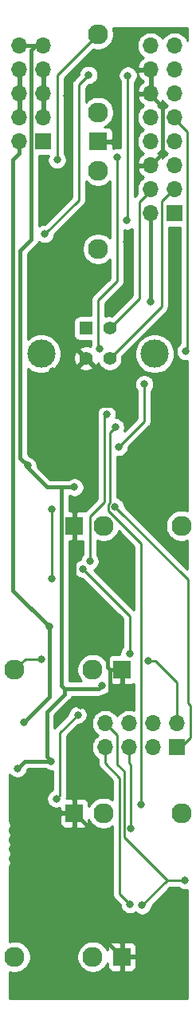
<source format=gbr>
%TF.GenerationSoftware,KiCad,Pcbnew,(5.1.6)-1*%
%TF.CreationDate,2021-03-13T16:13:42+00:00*%
%TF.ProjectId,expander,65787061-6e64-4657-922e-6b696361645f,rev?*%
%TF.SameCoordinates,Original*%
%TF.FileFunction,Copper,L2,Bot*%
%TF.FilePolarity,Positive*%
%FSLAX46Y46*%
G04 Gerber Fmt 4.6, Leading zero omitted, Abs format (unit mm)*
G04 Created by KiCad (PCBNEW (5.1.6)-1) date 2021-03-13 16:13:42*
%MOMM*%
%LPD*%
G01*
G04 APERTURE LIST*
%TA.AperFunction,ComponentPad*%
%ADD10C,1.400000*%
%TD*%
%TA.AperFunction,ComponentPad*%
%ADD11C,3.000000*%
%TD*%
%TA.AperFunction,ComponentPad*%
%ADD12R,1.400000X1.400000*%
%TD*%
%TA.AperFunction,ComponentPad*%
%ADD13O,1.700000X1.700000*%
%TD*%
%TA.AperFunction,ComponentPad*%
%ADD14R,1.700000X1.700000*%
%TD*%
%TA.AperFunction,ComponentPad*%
%ADD15C,2.130000*%
%TD*%
%TA.AperFunction,ComponentPad*%
%ADD16R,1.930000X1.830000*%
%TD*%
%TA.AperFunction,ComponentPad*%
%ADD17R,1.830000X1.930000*%
%TD*%
%TA.AperFunction,ViaPad*%
%ADD18C,0.800000*%
%TD*%
%TA.AperFunction,Conductor*%
%ADD19C,0.254000*%
%TD*%
%TA.AperFunction,Conductor*%
%ADD20C,0.406400*%
%TD*%
%TA.AperFunction,Conductor*%
%ADD21C,0.228600*%
%TD*%
G04 APERTURE END LIST*
D10*
%TO.P,J9,2*%
%TO.N,DM*%
X59650000Y-69850000D03*
D11*
%TO.P,J9,6*%
%TO.N,Net-(J9-Pad6)*%
X64420000Y-72560000D03*
D12*
%TO.P,J9,1*%
%TO.N,Net-(J9-Pad1)*%
X57150000Y-69850000D03*
D10*
%TO.P,J9,3*%
%TO.N,DP*%
X59650000Y-73050000D03*
%TO.P,J9,4*%
%TO.N,GND*%
X57150000Y-73050000D03*
D11*
%TO.P,J9,5*%
%TO.N,Net-(J9-Pad5)*%
X52380000Y-72560000D03*
%TD*%
D13*
%TO.P,J10,8*%
%TO.N,N4*%
X59182000Y-111760000D03*
%TO.P,J10,7*%
%TO.N,P4*%
X59182000Y-114300000D03*
%TO.P,J10,6*%
%TO.N,N3*%
X61722000Y-111760000D03*
%TO.P,J10,5*%
%TO.N,P3*%
X61722000Y-114300000D03*
%TO.P,J10,4*%
%TO.N,N2*%
X64262000Y-111760000D03*
%TO.P,J10,3*%
%TO.N,P2*%
X64262000Y-114300000D03*
%TO.P,J10,2*%
%TO.N,N1*%
X66802000Y-111760000D03*
D14*
%TO.P,J10,1*%
%TO.N,P1*%
X66802000Y-114300000D03*
%TD*%
D15*
%TO.P,J3,T*%
%TO.N,/_MIDIIN1*%
X58420000Y-38638000D03*
D16*
%TO.P,J3,S*%
%TO.N,GND*%
X58420000Y-50038000D03*
D15*
%TO.P,J3,TN*%
%TO.N,/_MIDIIN2*%
X58420000Y-46938000D03*
%TD*%
%TO.P,J2,T*%
%TO.N,Net-(J2-PadT)*%
X58420000Y-61438000D03*
D16*
%TO.P,J2,S*%
%TO.N,GND*%
X58420000Y-50038000D03*
D15*
%TO.P,J2,TN*%
%TO.N,Net-(J2-PadTN)*%
X58420000Y-53138000D03*
%TD*%
%TO.P,J8,T*%
%TO.N,Net-(J8-PadT)*%
X67280000Y-90805000D03*
D17*
%TO.P,J8,S*%
%TO.N,GND*%
X55880000Y-90805000D03*
D15*
%TO.P,J8,TN*%
%TO.N,N/C*%
X58980000Y-90805000D03*
%TD*%
%TO.P,J7,T*%
%TO.N,Net-(J7-PadT)*%
X49560000Y-136525000D03*
D17*
%TO.P,J7,S*%
%TO.N,GND*%
X60960000Y-136525000D03*
D15*
%TO.P,J7,TN*%
%TO.N,N/C*%
X57860000Y-136525000D03*
%TD*%
%TO.P,J6,T*%
%TO.N,Net-(J6-PadT)*%
X67280000Y-121285000D03*
D17*
%TO.P,J6,S*%
%TO.N,GND*%
X55880000Y-121285000D03*
D15*
%TO.P,J6,TN*%
%TO.N,N/C*%
X58980000Y-121285000D03*
%TD*%
%TO.P,J5,T*%
%TO.N,Net-(J5-PadT)*%
X49560000Y-106045000D03*
D17*
%TO.P,J5,S*%
%TO.N,GND*%
X60960000Y-106045000D03*
D15*
%TO.P,J5,TN*%
%TO.N,N/C*%
X57860000Y-106045000D03*
%TD*%
D13*
%TO.P,J4,10*%
%TO.N,+12V*%
X50038000Y-39878000D03*
%TO.P,J4,9*%
X52578000Y-39878000D03*
%TO.P,J4,8*%
%TO.N,GND*%
X50038000Y-42418000D03*
%TO.P,J4,7*%
X52578000Y-42418000D03*
%TO.P,J4,6*%
X50038000Y-44958000D03*
%TO.P,J4,5*%
X52578000Y-44958000D03*
%TO.P,J4,4*%
X50038000Y-47498000D03*
%TO.P,J4,3*%
X52578000Y-47498000D03*
%TO.P,J4,2*%
%TO.N,-12V*%
X50038000Y-50038000D03*
D14*
%TO.P,J4,1*%
X52578000Y-50038000D03*
%TD*%
D13*
%TO.P,J1,16*%
%TO.N,Net-(J1-Pad16)*%
X64008000Y-39878000D03*
%TO.P,J1,15*%
%TO.N,Net-(J1-Pad15)*%
X66548000Y-39878000D03*
%TO.P,J1,14*%
%TO.N,GND*%
X64008000Y-42418000D03*
%TO.P,J1,13*%
%TO.N,Net-(J1-Pad13)*%
X66548000Y-42418000D03*
%TO.P,J1,12*%
%TO.N,GND*%
X64008000Y-44958000D03*
%TO.P,J1,11*%
%TO.N,+12VB*%
X66548000Y-44958000D03*
%TO.P,J1,10*%
%TO.N,MISO*%
X64008000Y-47498000D03*
%TO.P,J1,9*%
%TO.N,Net-(J1-Pad9)*%
X66548000Y-47498000D03*
%TO.P,J1,8*%
%TO.N,Net-(J1-Pad8)*%
X64008000Y-50038000D03*
%TO.P,J1,7*%
%TO.N,-12VB*%
X66548000Y-50038000D03*
%TO.P,J1,6*%
%TO.N,GND*%
X64008000Y-52578000D03*
%TO.P,J1,5*%
%TO.N,+5V*%
X66548000Y-52578000D03*
%TO.P,J1,4*%
%TO.N,DM*%
X64008000Y-55118000D03*
%TO.P,J1,3*%
%TO.N,DP*%
X66548000Y-55118000D03*
%TO.P,J1,2*%
%TO.N,+3V3*%
X64008000Y-57658000D03*
D14*
%TO.P,J1,1*%
X66548000Y-57658000D03*
%TD*%
D18*
%TO.N,Net-(C1-Pad2)*%
X63327100Y-75782100D03*
X60597300Y-82433600D03*
%TO.N,GND*%
X62094700Y-78065200D03*
X58146600Y-76712900D03*
X64770000Y-135890000D03*
X52070000Y-133985000D03*
X59055000Y-125095000D03*
X56515000Y-109855000D03*
X57057500Y-99152500D03*
X66675000Y-84455000D03*
X65405000Y-80010000D03*
X52705000Y-66675000D03*
X56515000Y-62865000D03*
X58394500Y-59029500D03*
X61468000Y-60706000D03*
X55118000Y-45212000D03*
X55118000Y-53340000D03*
X55372000Y-76962000D03*
X61214000Y-92964000D03*
X49530000Y-123952000D03*
X53594000Y-74422000D03*
X55903500Y-84859500D03*
%TO.N,+12V*%
X58838100Y-107722900D03*
X49855400Y-116542500D03*
X53432900Y-115763700D03*
X55906400Y-86715000D03*
X50933300Y-84426500D03*
%TO.N,-12V*%
X53230700Y-101529800D03*
X50513300Y-111673600D03*
%TO.N,RX*%
X57417400Y-42975500D03*
X52741900Y-59853000D03*
%TO.N,MOSI*%
X60432700Y-51692300D03*
X58608700Y-72010800D03*
%TO.N,+3V3*%
X64008000Y-67052600D03*
%TO.N,TX*%
X61581100Y-43044200D03*
X61500344Y-58436256D03*
%TO.N,/_MIDIIN1*%
X54052200Y-51981800D03*
%TO.N,DACX*%
X57533300Y-94573500D03*
X59324400Y-78983900D03*
%TO.N,DACY*%
X62962700Y-120347200D03*
X60246700Y-80347000D03*
%TO.N,Net-(J1-Pad9)*%
X67725400Y-72306700D03*
%TO.N,Net-(J5-PadT)*%
X52388100Y-104927100D03*
%TO.N,N4*%
X63096500Y-131080400D03*
X67670600Y-128438900D03*
%TO.N,P4*%
X61789300Y-130949621D03*
%TO.N,N3*%
X53975000Y-119761000D03*
X56261000Y-110871000D03*
%TO.N,P3*%
X61894600Y-122892400D03*
%TO.N,N1*%
X53467000Y-89027000D03*
X53467000Y-96393000D03*
X56769000Y-95377000D03*
X61763200Y-104394000D03*
X63754000Y-105156000D03*
%TO.N,P1*%
X60223300Y-88804800D03*
%TD*%
D19*
%TO.N,Net-(C1-Pad2)*%
X60597300Y-82433600D02*
X63327100Y-79703800D01*
X63327100Y-79703800D02*
X63327100Y-75782100D01*
D20*
%TO.N,GND*%
X58146600Y-78065200D02*
X58146600Y-87169900D01*
X58146600Y-87169900D02*
X55880000Y-89436500D01*
X58146600Y-76712900D02*
X58146600Y-78065200D01*
X58146600Y-78065200D02*
X62094700Y-78065200D01*
X58146600Y-76712900D02*
X58146600Y-74046600D01*
X58146600Y-74046600D02*
X57150000Y-73050000D01*
X55880000Y-90805000D02*
X55880000Y-89436500D01*
X60960000Y-106045000D02*
X59641500Y-106045000D01*
X64008000Y-42418000D02*
X64008000Y-44958000D01*
X50038000Y-44958000D02*
X50038000Y-42418000D01*
X50038000Y-47498000D02*
X50038000Y-44958000D01*
X52578000Y-44958000D02*
X52578000Y-42418000D01*
X52578000Y-47498000D02*
X52578000Y-44958000D01*
X65261500Y-51324500D02*
X64008000Y-52578000D01*
X65261500Y-46338500D02*
X65261500Y-51324500D01*
X64008000Y-44958000D02*
X64008000Y-45085000D01*
X64008000Y-45085000D02*
X65261500Y-46338500D01*
X59436000Y-105839500D02*
X59641500Y-106045000D01*
X59436000Y-101531000D02*
X59436000Y-105839500D01*
X55880000Y-90805000D02*
X55880000Y-97975000D01*
X55880000Y-97975000D02*
X57057500Y-99152500D01*
X57198500Y-122603500D02*
X55880000Y-121285000D01*
X60960000Y-136525000D02*
X57198500Y-132763500D01*
X57198500Y-132763500D02*
X57198500Y-122603500D01*
X57057500Y-99152500D02*
X59436000Y-101531000D01*
X55880000Y-119916500D02*
X55880000Y-121285000D01*
X55880000Y-112776000D02*
X55880000Y-119916500D01*
X59641600Y-109014400D02*
X55880000Y-112776000D01*
X59641600Y-107390100D02*
X59641600Y-109014400D01*
X59641500Y-106045000D02*
X59641500Y-107390000D01*
X59641500Y-107390000D02*
X59641600Y-107390100D01*
%TO.N,+12V*%
X54829800Y-108070900D02*
X58490100Y-108070900D01*
X58490100Y-108070900D02*
X58838100Y-107722900D01*
X54518800Y-86715000D02*
X54518800Y-107759900D01*
X54518800Y-107759900D02*
X54829800Y-108070900D01*
X53432900Y-115763700D02*
X50634200Y-115763700D01*
X50634200Y-115763700D02*
X49855400Y-116542500D01*
X54518800Y-86715000D02*
X55906400Y-86715000D01*
X50933300Y-84426500D02*
X50933300Y-84679900D01*
X50933300Y-84679900D02*
X52968400Y-86715000D01*
X52968400Y-86715000D02*
X54518800Y-86715000D01*
X52578000Y-39878000D02*
X51839900Y-39878000D01*
X51839900Y-39878000D02*
X50038000Y-39878000D01*
X52959000Y-115289800D02*
X53432900Y-115763700D01*
X52959000Y-110563700D02*
X52959000Y-115289800D01*
X54829800Y-108070900D02*
X54829800Y-108692900D01*
X54829800Y-108692900D02*
X52959000Y-110563700D01*
X51324400Y-60415800D02*
X50100000Y-61640200D01*
X50100000Y-83593200D02*
X50933300Y-84426500D01*
X50100000Y-61640200D02*
X50100000Y-83593200D01*
X51839900Y-39878000D02*
X51324400Y-40393500D01*
X51324400Y-40393500D02*
X51324400Y-60415800D01*
%TO.N,-12V*%
X53230700Y-101529800D02*
X53230700Y-108956200D01*
X53230700Y-108956200D02*
X50513300Y-111673600D01*
X49394600Y-51934900D02*
X49394600Y-97693700D01*
X50038000Y-50038000D02*
X50038000Y-51291500D01*
X49394600Y-97693700D02*
X53230700Y-101529800D01*
X50038000Y-51291500D02*
X49394600Y-51934900D01*
D19*
%TO.N,RX*%
X57417400Y-42975500D02*
X56350300Y-44042600D01*
X56350300Y-44042600D02*
X56350300Y-56244600D01*
X56350300Y-56244600D02*
X52741900Y-59853000D01*
%TO.N,MOSI*%
X58420000Y-71822100D02*
X58608700Y-72010800D01*
X58420000Y-66877700D02*
X58420000Y-71822100D01*
X60432700Y-51692300D02*
X60432700Y-64865000D01*
X60432700Y-64865000D02*
X58420000Y-66877700D01*
D20*
%TO.N,+3V3*%
X64008000Y-57658000D02*
X64008000Y-67052600D01*
D19*
%TO.N,TX*%
X61581100Y-43044200D02*
X61581100Y-58355500D01*
X61581100Y-58355500D02*
X61500344Y-58436256D01*
%TO.N,/_MIDIIN1*%
X54052200Y-51981800D02*
X54052200Y-43005800D01*
X54052200Y-43005800D02*
X58420000Y-38638000D01*
%TO.N,DACX*%
X57533300Y-94573500D02*
X57533300Y-89823700D01*
X57533300Y-89823700D02*
X59107300Y-88249700D01*
X59107300Y-88249700D02*
X59107300Y-79201000D01*
X59107300Y-79201000D02*
X59324400Y-78983900D01*
%TO.N,DACY*%
X62962700Y-120347200D02*
X62962700Y-92673600D01*
X62962700Y-92673600D02*
X59496000Y-89206900D01*
X59496000Y-89206900D02*
X59496000Y-88503500D01*
X59496000Y-88503500D02*
X59667500Y-88332000D01*
X59667500Y-88332000D02*
X59667500Y-80926200D01*
X59667500Y-80926200D02*
X60246700Y-80347000D01*
%TO.N,Net-(J1-Pad9)*%
X67900000Y-72132100D02*
X67725400Y-72306700D01*
X67900000Y-48977000D02*
X67900000Y-72132100D01*
X66548000Y-47498000D02*
X66548000Y-47625000D01*
X66548000Y-47625000D02*
X67900000Y-48977000D01*
%TO.N,DM*%
X62827900Y-56425100D02*
X62827900Y-66672100D01*
X64008000Y-55118000D02*
X64008000Y-55245000D01*
X62827900Y-66672100D02*
X59650000Y-69850000D01*
X64008000Y-55245000D02*
X62827900Y-56425100D01*
%TO.N,DP*%
X65151000Y-67549000D02*
X59650000Y-73050000D01*
X65151000Y-58256962D02*
X65151000Y-67549000D01*
X65185001Y-58222961D02*
X65151000Y-58256962D01*
X66421000Y-55118000D02*
X65151000Y-56388000D01*
X65151000Y-57059038D02*
X65185001Y-57093039D01*
X65151000Y-56388000D02*
X65151000Y-57059038D01*
X66548000Y-55118000D02*
X66421000Y-55118000D01*
X65185001Y-57093039D02*
X65185001Y-58222961D01*
%TO.N,Net-(J5-PadT)*%
X49560000Y-106045000D02*
X50677900Y-104927100D01*
X50677900Y-104927100D02*
X52388100Y-104927100D01*
%TO.N,N4*%
X67670600Y-128438900D02*
X65738000Y-128438900D01*
X65738000Y-128438900D02*
X63096500Y-131080400D01*
X60452000Y-116135200D02*
X60452000Y-113030000D01*
X61167300Y-116850500D02*
X60452000Y-116135200D01*
X65738000Y-128438900D02*
X61167300Y-123868200D01*
X60452000Y-113030000D02*
X59182000Y-111760000D01*
X61167300Y-123868200D02*
X61167300Y-116850500D01*
%TO.N,P4*%
X60712900Y-129873221D02*
X61789300Y-130949621D01*
X60712900Y-117540981D02*
X60712900Y-129873221D01*
X59182000Y-114300000D02*
X59182000Y-116010081D01*
X59182000Y-116010081D02*
X60712900Y-117540981D01*
%TO.N,N3*%
X54374999Y-112757001D02*
X56261000Y-110871000D01*
X53975000Y-119761000D02*
X54374999Y-119361001D01*
X54374999Y-119361001D02*
X54374999Y-112757001D01*
%TO.N,P3*%
X61894600Y-116157900D02*
X61894600Y-122892400D01*
X61722000Y-114300000D02*
X61722000Y-115985300D01*
X61722000Y-115985300D02*
X61894600Y-116157900D01*
D21*
%TO.N,N1*%
X53467000Y-89027000D02*
X53467000Y-96266000D01*
X66802000Y-112268000D02*
X66802000Y-107442000D01*
X53467000Y-96266000D02*
X53467000Y-96393000D01*
X56769000Y-95377000D02*
X61763200Y-100371200D01*
X61763200Y-100371200D02*
X61763200Y-104394000D01*
X64516000Y-105156000D02*
X66802000Y-107442000D01*
X63754000Y-105156000D02*
X64516000Y-105156000D01*
D19*
%TO.N,P1*%
X67945000Y-96526500D02*
X60223300Y-88804800D01*
X66802000Y-114681000D02*
X68199000Y-113284000D01*
X66802000Y-114808000D02*
X66802000Y-114681000D01*
X68199000Y-113284000D02*
X68199000Y-109855000D01*
X68199000Y-109855000D02*
X67945000Y-109601000D01*
X67945000Y-109601000D02*
X67945000Y-96526500D01*
%TD*%
%TO.N,GND*%
G36*
X61087000Y-105918000D02*
G01*
X61107000Y-105918000D01*
X61107000Y-106172000D01*
X61087000Y-106172000D01*
X61087000Y-107486250D01*
X61245750Y-107645000D01*
X61875000Y-107648072D01*
X61999482Y-107635812D01*
X62119180Y-107599502D01*
X62200700Y-107555928D01*
X62200700Y-110350932D01*
X62155158Y-110332068D01*
X61868260Y-110275000D01*
X61575740Y-110275000D01*
X61288842Y-110332068D01*
X61018589Y-110444010D01*
X60775368Y-110606525D01*
X60568525Y-110813368D01*
X60452000Y-110987760D01*
X60335475Y-110813368D01*
X60128632Y-110606525D01*
X59885411Y-110444010D01*
X59615158Y-110332068D01*
X59328260Y-110275000D01*
X59035740Y-110275000D01*
X58748842Y-110332068D01*
X58478589Y-110444010D01*
X58235368Y-110606525D01*
X58028525Y-110813368D01*
X57866010Y-111056589D01*
X57754068Y-111326842D01*
X57697000Y-111613740D01*
X57697000Y-111906260D01*
X57754068Y-112193158D01*
X57866010Y-112463411D01*
X58028525Y-112706632D01*
X58235368Y-112913475D01*
X58409760Y-113030000D01*
X58235368Y-113146525D01*
X58028525Y-113353368D01*
X57866010Y-113596589D01*
X57754068Y-113866842D01*
X57697000Y-114153740D01*
X57697000Y-114446260D01*
X57754068Y-114733158D01*
X57866010Y-115003411D01*
X58028525Y-115246632D01*
X58235368Y-115453475D01*
X58420001Y-115576843D01*
X58420001Y-115972648D01*
X58416314Y-116010081D01*
X58431027Y-116159459D01*
X58474599Y-116303096D01*
X58545355Y-116435473D01*
X58596384Y-116497651D01*
X58640579Y-116551503D01*
X58669649Y-116575360D01*
X59950900Y-117856611D01*
X59950900Y-119889161D01*
X59785252Y-119778479D01*
X59475872Y-119650330D01*
X59147435Y-119585000D01*
X58812565Y-119585000D01*
X58484128Y-119650330D01*
X58174748Y-119778479D01*
X57896313Y-119964523D01*
X57659523Y-120201313D01*
X57473479Y-120479748D01*
X57431895Y-120580140D01*
X57433072Y-120320000D01*
X57420812Y-120195518D01*
X57384502Y-120075820D01*
X57325537Y-119965506D01*
X57246185Y-119868815D01*
X57149494Y-119789463D01*
X57039180Y-119730498D01*
X56919482Y-119694188D01*
X56795000Y-119681928D01*
X56165750Y-119685000D01*
X56007000Y-119843750D01*
X56007000Y-121158000D01*
X56027000Y-121158000D01*
X56027000Y-121412000D01*
X56007000Y-121412000D01*
X56007000Y-122726250D01*
X56165750Y-122885000D01*
X56795000Y-122888072D01*
X56919482Y-122875812D01*
X57039180Y-122839502D01*
X57149494Y-122780537D01*
X57246185Y-122701185D01*
X57325537Y-122604494D01*
X57384502Y-122494180D01*
X57420812Y-122374482D01*
X57433072Y-122250000D01*
X57431895Y-121989860D01*
X57473479Y-122090252D01*
X57659523Y-122368687D01*
X57896313Y-122605477D01*
X58174748Y-122791521D01*
X58484128Y-122919670D01*
X58812565Y-122985000D01*
X59147435Y-122985000D01*
X59475872Y-122919670D01*
X59785252Y-122791521D01*
X59950900Y-122680838D01*
X59950901Y-129835788D01*
X59947214Y-129873221D01*
X59961927Y-130022599D01*
X60005499Y-130166236D01*
X60076255Y-130298613D01*
X60147621Y-130385572D01*
X60171479Y-130414643D01*
X60200549Y-130438500D01*
X60754300Y-130992252D01*
X60754300Y-131051560D01*
X60794074Y-131251519D01*
X60872095Y-131439877D01*
X60985363Y-131609395D01*
X61129526Y-131753558D01*
X61299044Y-131866826D01*
X61487402Y-131944847D01*
X61687361Y-131984621D01*
X61891239Y-131984621D01*
X62091198Y-131944847D01*
X62279556Y-131866826D01*
X62363276Y-131810887D01*
X62436726Y-131884337D01*
X62606244Y-131997605D01*
X62794602Y-132075626D01*
X62994561Y-132115400D01*
X63198439Y-132115400D01*
X63398398Y-132075626D01*
X63586756Y-131997605D01*
X63756274Y-131884337D01*
X63900437Y-131740174D01*
X64013705Y-131570656D01*
X64091726Y-131382298D01*
X64131500Y-131182339D01*
X64131500Y-131123030D01*
X66053631Y-129200900D01*
X66968889Y-129200900D01*
X67010826Y-129242837D01*
X67180344Y-129356105D01*
X67368702Y-129434126D01*
X67568661Y-129473900D01*
X67772539Y-129473900D01*
X67920001Y-129444568D01*
X67920001Y-140945000D01*
X49022000Y-140945000D01*
X49022000Y-138142220D01*
X49064128Y-138159670D01*
X49392565Y-138225000D01*
X49727435Y-138225000D01*
X50055872Y-138159670D01*
X50365252Y-138031521D01*
X50643687Y-137845477D01*
X50880477Y-137608687D01*
X51066521Y-137330252D01*
X51194670Y-137020872D01*
X51260000Y-136692435D01*
X51260000Y-136357565D01*
X56160000Y-136357565D01*
X56160000Y-136692435D01*
X56225330Y-137020872D01*
X56353479Y-137330252D01*
X56539523Y-137608687D01*
X56776313Y-137845477D01*
X57054748Y-138031521D01*
X57364128Y-138159670D01*
X57692565Y-138225000D01*
X58027435Y-138225000D01*
X58355872Y-138159670D01*
X58665252Y-138031521D01*
X58943687Y-137845477D01*
X59180477Y-137608687D01*
X59366521Y-137330252D01*
X59408105Y-137229860D01*
X59406928Y-137490000D01*
X59419188Y-137614482D01*
X59455498Y-137734180D01*
X59514463Y-137844494D01*
X59593815Y-137941185D01*
X59690506Y-138020537D01*
X59800820Y-138079502D01*
X59920518Y-138115812D01*
X60045000Y-138128072D01*
X60674250Y-138125000D01*
X60833000Y-137966250D01*
X60833000Y-136652000D01*
X61087000Y-136652000D01*
X61087000Y-137966250D01*
X61245750Y-138125000D01*
X61875000Y-138128072D01*
X61999482Y-138115812D01*
X62119180Y-138079502D01*
X62229494Y-138020537D01*
X62326185Y-137941185D01*
X62405537Y-137844494D01*
X62464502Y-137734180D01*
X62500812Y-137614482D01*
X62513072Y-137490000D01*
X62510000Y-136810750D01*
X62351250Y-136652000D01*
X61087000Y-136652000D01*
X60833000Y-136652000D01*
X60813000Y-136652000D01*
X60813000Y-136398000D01*
X60833000Y-136398000D01*
X60833000Y-135083750D01*
X61087000Y-135083750D01*
X61087000Y-136398000D01*
X62351250Y-136398000D01*
X62510000Y-136239250D01*
X62513072Y-135560000D01*
X62500812Y-135435518D01*
X62464502Y-135315820D01*
X62405537Y-135205506D01*
X62326185Y-135108815D01*
X62229494Y-135029463D01*
X62119180Y-134970498D01*
X61999482Y-134934188D01*
X61875000Y-134921928D01*
X61245750Y-134925000D01*
X61087000Y-135083750D01*
X60833000Y-135083750D01*
X60674250Y-134925000D01*
X60045000Y-134921928D01*
X59920518Y-134934188D01*
X59800820Y-134970498D01*
X59690506Y-135029463D01*
X59593815Y-135108815D01*
X59514463Y-135205506D01*
X59455498Y-135315820D01*
X59419188Y-135435518D01*
X59406928Y-135560000D01*
X59408105Y-135820140D01*
X59366521Y-135719748D01*
X59180477Y-135441313D01*
X58943687Y-135204523D01*
X58665252Y-135018479D01*
X58355872Y-134890330D01*
X58027435Y-134825000D01*
X57692565Y-134825000D01*
X57364128Y-134890330D01*
X57054748Y-135018479D01*
X56776313Y-135204523D01*
X56539523Y-135441313D01*
X56353479Y-135719748D01*
X56225330Y-136029128D01*
X56160000Y-136357565D01*
X51260000Y-136357565D01*
X51194670Y-136029128D01*
X51066521Y-135719748D01*
X50880477Y-135441313D01*
X50643687Y-135204523D01*
X50365252Y-135018479D01*
X50055872Y-134890330D01*
X49727435Y-134825000D01*
X49392565Y-134825000D01*
X49064128Y-134890330D01*
X49022000Y-134907780D01*
X49022000Y-127039545D01*
X49044277Y-127006205D01*
X49110990Y-126845145D01*
X49145000Y-126674165D01*
X49145000Y-126499835D01*
X49110990Y-126328855D01*
X49044277Y-126167795D01*
X49022000Y-126134455D01*
X49022000Y-126039545D01*
X49044277Y-126006205D01*
X49110990Y-125845145D01*
X49145000Y-125674165D01*
X49145000Y-125499835D01*
X49110990Y-125328855D01*
X49044277Y-125167795D01*
X49022000Y-125134455D01*
X49022000Y-125039545D01*
X49044277Y-125006205D01*
X49110990Y-124845145D01*
X49145000Y-124674165D01*
X49145000Y-124499835D01*
X49110990Y-124328855D01*
X49044277Y-124167795D01*
X49022000Y-124134455D01*
X49022000Y-124039545D01*
X49044277Y-124006205D01*
X49110990Y-123845145D01*
X49145000Y-123674165D01*
X49145000Y-123499835D01*
X49110990Y-123328855D01*
X49044277Y-123167795D01*
X49022000Y-123134455D01*
X49022000Y-123039545D01*
X49044277Y-123006205D01*
X49110990Y-122845145D01*
X49145000Y-122674165D01*
X49145000Y-122499835D01*
X49110990Y-122328855D01*
X49078328Y-122250000D01*
X54326928Y-122250000D01*
X54339188Y-122374482D01*
X54375498Y-122494180D01*
X54434463Y-122604494D01*
X54513815Y-122701185D01*
X54610506Y-122780537D01*
X54720820Y-122839502D01*
X54840518Y-122875812D01*
X54965000Y-122888072D01*
X55594250Y-122885000D01*
X55753000Y-122726250D01*
X55753000Y-121412000D01*
X54488750Y-121412000D01*
X54330000Y-121570750D01*
X54326928Y-122250000D01*
X49078328Y-122250000D01*
X49044277Y-122167795D01*
X49022000Y-122134455D01*
X49022000Y-117158179D01*
X49051463Y-117202274D01*
X49195626Y-117346437D01*
X49365144Y-117459705D01*
X49553502Y-117537726D01*
X49753461Y-117577500D01*
X49957339Y-117577500D01*
X50157298Y-117537726D01*
X50345656Y-117459705D01*
X50515174Y-117346437D01*
X50659337Y-117202274D01*
X50772605Y-117032756D01*
X50850626Y-116844398D01*
X50878369Y-116704924D01*
X50981393Y-116601900D01*
X52824404Y-116601900D01*
X52942644Y-116680905D01*
X53131002Y-116758926D01*
X53330961Y-116798700D01*
X53534839Y-116798700D01*
X53612999Y-116783153D01*
X53612999Y-118790670D01*
X53484744Y-118843795D01*
X53315226Y-118957063D01*
X53171063Y-119101226D01*
X53057795Y-119270744D01*
X52979774Y-119459102D01*
X52940000Y-119659061D01*
X52940000Y-119862939D01*
X52979774Y-120062898D01*
X53057795Y-120251256D01*
X53171063Y-120420774D01*
X53315226Y-120564937D01*
X53484744Y-120678205D01*
X53673102Y-120756226D01*
X53873061Y-120796000D01*
X54076939Y-120796000D01*
X54276898Y-120756226D01*
X54328804Y-120734726D01*
X54330000Y-120999250D01*
X54488750Y-121158000D01*
X55753000Y-121158000D01*
X55753000Y-119843750D01*
X55594250Y-119685000D01*
X55067215Y-119682427D01*
X55082401Y-119654016D01*
X55125973Y-119510379D01*
X55136999Y-119398427D01*
X55136999Y-119398425D01*
X55140685Y-119361002D01*
X55136999Y-119323579D01*
X55136999Y-113072631D01*
X56303631Y-111906000D01*
X56362939Y-111906000D01*
X56562898Y-111866226D01*
X56751256Y-111788205D01*
X56920774Y-111674937D01*
X57064937Y-111530774D01*
X57178205Y-111361256D01*
X57256226Y-111172898D01*
X57296000Y-110972939D01*
X57296000Y-110769061D01*
X57256226Y-110569102D01*
X57178205Y-110380744D01*
X57064937Y-110211226D01*
X56920774Y-110067063D01*
X56751256Y-109953795D01*
X56562898Y-109875774D01*
X56362939Y-109836000D01*
X56159061Y-109836000D01*
X55959102Y-109875774D01*
X55770744Y-109953795D01*
X55601226Y-110067063D01*
X55457063Y-110211226D01*
X55343795Y-110380744D01*
X55265774Y-110569102D01*
X55226000Y-110769061D01*
X55226000Y-110828369D01*
X53862648Y-112191722D01*
X53833578Y-112215579D01*
X53809721Y-112244649D01*
X53809720Y-112244650D01*
X53797200Y-112259906D01*
X53797200Y-110910893D01*
X55393388Y-109314706D01*
X55425364Y-109288464D01*
X55530109Y-109160832D01*
X55607942Y-109015217D01*
X55640132Y-108909100D01*
X58448937Y-108909100D01*
X58490100Y-108913154D01*
X58531263Y-108909100D01*
X58531270Y-108909100D01*
X58654416Y-108896971D01*
X58812417Y-108849042D01*
X58958032Y-108771209D01*
X58985193Y-108748918D01*
X59139998Y-108718126D01*
X59328356Y-108640105D01*
X59497874Y-108526837D01*
X59642037Y-108382674D01*
X59755305Y-108213156D01*
X59833326Y-108024798D01*
X59873100Y-107824839D01*
X59873100Y-107621428D01*
X59920518Y-107635812D01*
X60045000Y-107648072D01*
X60674250Y-107645000D01*
X60833000Y-107486250D01*
X60833000Y-106172000D01*
X60813000Y-106172000D01*
X60813000Y-105918000D01*
X60833000Y-105918000D01*
X60833000Y-105898000D01*
X61087000Y-105898000D01*
X61087000Y-105918000D01*
G37*
X61087000Y-105918000D02*
X61107000Y-105918000D01*
X61107000Y-106172000D01*
X61087000Y-106172000D01*
X61087000Y-107486250D01*
X61245750Y-107645000D01*
X61875000Y-107648072D01*
X61999482Y-107635812D01*
X62119180Y-107599502D01*
X62200700Y-107555928D01*
X62200700Y-110350932D01*
X62155158Y-110332068D01*
X61868260Y-110275000D01*
X61575740Y-110275000D01*
X61288842Y-110332068D01*
X61018589Y-110444010D01*
X60775368Y-110606525D01*
X60568525Y-110813368D01*
X60452000Y-110987760D01*
X60335475Y-110813368D01*
X60128632Y-110606525D01*
X59885411Y-110444010D01*
X59615158Y-110332068D01*
X59328260Y-110275000D01*
X59035740Y-110275000D01*
X58748842Y-110332068D01*
X58478589Y-110444010D01*
X58235368Y-110606525D01*
X58028525Y-110813368D01*
X57866010Y-111056589D01*
X57754068Y-111326842D01*
X57697000Y-111613740D01*
X57697000Y-111906260D01*
X57754068Y-112193158D01*
X57866010Y-112463411D01*
X58028525Y-112706632D01*
X58235368Y-112913475D01*
X58409760Y-113030000D01*
X58235368Y-113146525D01*
X58028525Y-113353368D01*
X57866010Y-113596589D01*
X57754068Y-113866842D01*
X57697000Y-114153740D01*
X57697000Y-114446260D01*
X57754068Y-114733158D01*
X57866010Y-115003411D01*
X58028525Y-115246632D01*
X58235368Y-115453475D01*
X58420001Y-115576843D01*
X58420001Y-115972648D01*
X58416314Y-116010081D01*
X58431027Y-116159459D01*
X58474599Y-116303096D01*
X58545355Y-116435473D01*
X58596384Y-116497651D01*
X58640579Y-116551503D01*
X58669649Y-116575360D01*
X59950900Y-117856611D01*
X59950900Y-119889161D01*
X59785252Y-119778479D01*
X59475872Y-119650330D01*
X59147435Y-119585000D01*
X58812565Y-119585000D01*
X58484128Y-119650330D01*
X58174748Y-119778479D01*
X57896313Y-119964523D01*
X57659523Y-120201313D01*
X57473479Y-120479748D01*
X57431895Y-120580140D01*
X57433072Y-120320000D01*
X57420812Y-120195518D01*
X57384502Y-120075820D01*
X57325537Y-119965506D01*
X57246185Y-119868815D01*
X57149494Y-119789463D01*
X57039180Y-119730498D01*
X56919482Y-119694188D01*
X56795000Y-119681928D01*
X56165750Y-119685000D01*
X56007000Y-119843750D01*
X56007000Y-121158000D01*
X56027000Y-121158000D01*
X56027000Y-121412000D01*
X56007000Y-121412000D01*
X56007000Y-122726250D01*
X56165750Y-122885000D01*
X56795000Y-122888072D01*
X56919482Y-122875812D01*
X57039180Y-122839502D01*
X57149494Y-122780537D01*
X57246185Y-122701185D01*
X57325537Y-122604494D01*
X57384502Y-122494180D01*
X57420812Y-122374482D01*
X57433072Y-122250000D01*
X57431895Y-121989860D01*
X57473479Y-122090252D01*
X57659523Y-122368687D01*
X57896313Y-122605477D01*
X58174748Y-122791521D01*
X58484128Y-122919670D01*
X58812565Y-122985000D01*
X59147435Y-122985000D01*
X59475872Y-122919670D01*
X59785252Y-122791521D01*
X59950900Y-122680838D01*
X59950901Y-129835788D01*
X59947214Y-129873221D01*
X59961927Y-130022599D01*
X60005499Y-130166236D01*
X60076255Y-130298613D01*
X60147621Y-130385572D01*
X60171479Y-130414643D01*
X60200549Y-130438500D01*
X60754300Y-130992252D01*
X60754300Y-131051560D01*
X60794074Y-131251519D01*
X60872095Y-131439877D01*
X60985363Y-131609395D01*
X61129526Y-131753558D01*
X61299044Y-131866826D01*
X61487402Y-131944847D01*
X61687361Y-131984621D01*
X61891239Y-131984621D01*
X62091198Y-131944847D01*
X62279556Y-131866826D01*
X62363276Y-131810887D01*
X62436726Y-131884337D01*
X62606244Y-131997605D01*
X62794602Y-132075626D01*
X62994561Y-132115400D01*
X63198439Y-132115400D01*
X63398398Y-132075626D01*
X63586756Y-131997605D01*
X63756274Y-131884337D01*
X63900437Y-131740174D01*
X64013705Y-131570656D01*
X64091726Y-131382298D01*
X64131500Y-131182339D01*
X64131500Y-131123030D01*
X66053631Y-129200900D01*
X66968889Y-129200900D01*
X67010826Y-129242837D01*
X67180344Y-129356105D01*
X67368702Y-129434126D01*
X67568661Y-129473900D01*
X67772539Y-129473900D01*
X67920001Y-129444568D01*
X67920001Y-140945000D01*
X49022000Y-140945000D01*
X49022000Y-138142220D01*
X49064128Y-138159670D01*
X49392565Y-138225000D01*
X49727435Y-138225000D01*
X50055872Y-138159670D01*
X50365252Y-138031521D01*
X50643687Y-137845477D01*
X50880477Y-137608687D01*
X51066521Y-137330252D01*
X51194670Y-137020872D01*
X51260000Y-136692435D01*
X51260000Y-136357565D01*
X56160000Y-136357565D01*
X56160000Y-136692435D01*
X56225330Y-137020872D01*
X56353479Y-137330252D01*
X56539523Y-137608687D01*
X56776313Y-137845477D01*
X57054748Y-138031521D01*
X57364128Y-138159670D01*
X57692565Y-138225000D01*
X58027435Y-138225000D01*
X58355872Y-138159670D01*
X58665252Y-138031521D01*
X58943687Y-137845477D01*
X59180477Y-137608687D01*
X59366521Y-137330252D01*
X59408105Y-137229860D01*
X59406928Y-137490000D01*
X59419188Y-137614482D01*
X59455498Y-137734180D01*
X59514463Y-137844494D01*
X59593815Y-137941185D01*
X59690506Y-138020537D01*
X59800820Y-138079502D01*
X59920518Y-138115812D01*
X60045000Y-138128072D01*
X60674250Y-138125000D01*
X60833000Y-137966250D01*
X60833000Y-136652000D01*
X61087000Y-136652000D01*
X61087000Y-137966250D01*
X61245750Y-138125000D01*
X61875000Y-138128072D01*
X61999482Y-138115812D01*
X62119180Y-138079502D01*
X62229494Y-138020537D01*
X62326185Y-137941185D01*
X62405537Y-137844494D01*
X62464502Y-137734180D01*
X62500812Y-137614482D01*
X62513072Y-137490000D01*
X62510000Y-136810750D01*
X62351250Y-136652000D01*
X61087000Y-136652000D01*
X60833000Y-136652000D01*
X60813000Y-136652000D01*
X60813000Y-136398000D01*
X60833000Y-136398000D01*
X60833000Y-135083750D01*
X61087000Y-135083750D01*
X61087000Y-136398000D01*
X62351250Y-136398000D01*
X62510000Y-136239250D01*
X62513072Y-135560000D01*
X62500812Y-135435518D01*
X62464502Y-135315820D01*
X62405537Y-135205506D01*
X62326185Y-135108815D01*
X62229494Y-135029463D01*
X62119180Y-134970498D01*
X61999482Y-134934188D01*
X61875000Y-134921928D01*
X61245750Y-134925000D01*
X61087000Y-135083750D01*
X60833000Y-135083750D01*
X60674250Y-134925000D01*
X60045000Y-134921928D01*
X59920518Y-134934188D01*
X59800820Y-134970498D01*
X59690506Y-135029463D01*
X59593815Y-135108815D01*
X59514463Y-135205506D01*
X59455498Y-135315820D01*
X59419188Y-135435518D01*
X59406928Y-135560000D01*
X59408105Y-135820140D01*
X59366521Y-135719748D01*
X59180477Y-135441313D01*
X58943687Y-135204523D01*
X58665252Y-135018479D01*
X58355872Y-134890330D01*
X58027435Y-134825000D01*
X57692565Y-134825000D01*
X57364128Y-134890330D01*
X57054748Y-135018479D01*
X56776313Y-135204523D01*
X56539523Y-135441313D01*
X56353479Y-135719748D01*
X56225330Y-136029128D01*
X56160000Y-136357565D01*
X51260000Y-136357565D01*
X51194670Y-136029128D01*
X51066521Y-135719748D01*
X50880477Y-135441313D01*
X50643687Y-135204523D01*
X50365252Y-135018479D01*
X50055872Y-134890330D01*
X49727435Y-134825000D01*
X49392565Y-134825000D01*
X49064128Y-134890330D01*
X49022000Y-134907780D01*
X49022000Y-127039545D01*
X49044277Y-127006205D01*
X49110990Y-126845145D01*
X49145000Y-126674165D01*
X49145000Y-126499835D01*
X49110990Y-126328855D01*
X49044277Y-126167795D01*
X49022000Y-126134455D01*
X49022000Y-126039545D01*
X49044277Y-126006205D01*
X49110990Y-125845145D01*
X49145000Y-125674165D01*
X49145000Y-125499835D01*
X49110990Y-125328855D01*
X49044277Y-125167795D01*
X49022000Y-125134455D01*
X49022000Y-125039545D01*
X49044277Y-125006205D01*
X49110990Y-124845145D01*
X49145000Y-124674165D01*
X49145000Y-124499835D01*
X49110990Y-124328855D01*
X49044277Y-124167795D01*
X49022000Y-124134455D01*
X49022000Y-124039545D01*
X49044277Y-124006205D01*
X49110990Y-123845145D01*
X49145000Y-123674165D01*
X49145000Y-123499835D01*
X49110990Y-123328855D01*
X49044277Y-123167795D01*
X49022000Y-123134455D01*
X49022000Y-123039545D01*
X49044277Y-123006205D01*
X49110990Y-122845145D01*
X49145000Y-122674165D01*
X49145000Y-122499835D01*
X49110990Y-122328855D01*
X49078328Y-122250000D01*
X54326928Y-122250000D01*
X54339188Y-122374482D01*
X54375498Y-122494180D01*
X54434463Y-122604494D01*
X54513815Y-122701185D01*
X54610506Y-122780537D01*
X54720820Y-122839502D01*
X54840518Y-122875812D01*
X54965000Y-122888072D01*
X55594250Y-122885000D01*
X55753000Y-122726250D01*
X55753000Y-121412000D01*
X54488750Y-121412000D01*
X54330000Y-121570750D01*
X54326928Y-122250000D01*
X49078328Y-122250000D01*
X49044277Y-122167795D01*
X49022000Y-122134455D01*
X49022000Y-117158179D01*
X49051463Y-117202274D01*
X49195626Y-117346437D01*
X49365144Y-117459705D01*
X49553502Y-117537726D01*
X49753461Y-117577500D01*
X49957339Y-117577500D01*
X50157298Y-117537726D01*
X50345656Y-117459705D01*
X50515174Y-117346437D01*
X50659337Y-117202274D01*
X50772605Y-117032756D01*
X50850626Y-116844398D01*
X50878369Y-116704924D01*
X50981393Y-116601900D01*
X52824404Y-116601900D01*
X52942644Y-116680905D01*
X53131002Y-116758926D01*
X53330961Y-116798700D01*
X53534839Y-116798700D01*
X53612999Y-116783153D01*
X53612999Y-118790670D01*
X53484744Y-118843795D01*
X53315226Y-118957063D01*
X53171063Y-119101226D01*
X53057795Y-119270744D01*
X52979774Y-119459102D01*
X52940000Y-119659061D01*
X52940000Y-119862939D01*
X52979774Y-120062898D01*
X53057795Y-120251256D01*
X53171063Y-120420774D01*
X53315226Y-120564937D01*
X53484744Y-120678205D01*
X53673102Y-120756226D01*
X53873061Y-120796000D01*
X54076939Y-120796000D01*
X54276898Y-120756226D01*
X54328804Y-120734726D01*
X54330000Y-120999250D01*
X54488750Y-121158000D01*
X55753000Y-121158000D01*
X55753000Y-119843750D01*
X55594250Y-119685000D01*
X55067215Y-119682427D01*
X55082401Y-119654016D01*
X55125973Y-119510379D01*
X55136999Y-119398427D01*
X55136999Y-119398425D01*
X55140685Y-119361002D01*
X55136999Y-119323579D01*
X55136999Y-113072631D01*
X56303631Y-111906000D01*
X56362939Y-111906000D01*
X56562898Y-111866226D01*
X56751256Y-111788205D01*
X56920774Y-111674937D01*
X57064937Y-111530774D01*
X57178205Y-111361256D01*
X57256226Y-111172898D01*
X57296000Y-110972939D01*
X57296000Y-110769061D01*
X57256226Y-110569102D01*
X57178205Y-110380744D01*
X57064937Y-110211226D01*
X56920774Y-110067063D01*
X56751256Y-109953795D01*
X56562898Y-109875774D01*
X56362939Y-109836000D01*
X56159061Y-109836000D01*
X55959102Y-109875774D01*
X55770744Y-109953795D01*
X55601226Y-110067063D01*
X55457063Y-110211226D01*
X55343795Y-110380744D01*
X55265774Y-110569102D01*
X55226000Y-110769061D01*
X55226000Y-110828369D01*
X53862648Y-112191722D01*
X53833578Y-112215579D01*
X53809721Y-112244649D01*
X53809720Y-112244650D01*
X53797200Y-112259906D01*
X53797200Y-110910893D01*
X55393388Y-109314706D01*
X55425364Y-109288464D01*
X55530109Y-109160832D01*
X55607942Y-109015217D01*
X55640132Y-108909100D01*
X58448937Y-108909100D01*
X58490100Y-108913154D01*
X58531263Y-108909100D01*
X58531270Y-108909100D01*
X58654416Y-108896971D01*
X58812417Y-108849042D01*
X58958032Y-108771209D01*
X58985193Y-108748918D01*
X59139998Y-108718126D01*
X59328356Y-108640105D01*
X59497874Y-108526837D01*
X59642037Y-108382674D01*
X59755305Y-108213156D01*
X59833326Y-108024798D01*
X59873100Y-107824839D01*
X59873100Y-107621428D01*
X59920518Y-107635812D01*
X60045000Y-107648072D01*
X60674250Y-107645000D01*
X60833000Y-107486250D01*
X60833000Y-106172000D01*
X60813000Y-106172000D01*
X60813000Y-105918000D01*
X60833000Y-105918000D01*
X60833000Y-105898000D01*
X61087000Y-105898000D01*
X61087000Y-105918000D01*
G36*
X57336313Y-54458477D02*
G01*
X57614748Y-54644521D01*
X57924128Y-54772670D01*
X58252565Y-54838000D01*
X58587435Y-54838000D01*
X58915872Y-54772670D01*
X59225252Y-54644521D01*
X59503687Y-54458477D01*
X59670700Y-54291464D01*
X59670701Y-60284537D01*
X59503687Y-60117523D01*
X59225252Y-59931479D01*
X58915872Y-59803330D01*
X58587435Y-59738000D01*
X58252565Y-59738000D01*
X57924128Y-59803330D01*
X57614748Y-59931479D01*
X57336313Y-60117523D01*
X57099523Y-60354313D01*
X56913479Y-60632748D01*
X56785330Y-60942128D01*
X56720000Y-61270565D01*
X56720000Y-61605435D01*
X56785330Y-61933872D01*
X56913479Y-62243252D01*
X57099523Y-62521687D01*
X57336313Y-62758477D01*
X57614748Y-62944521D01*
X57924128Y-63072670D01*
X58252565Y-63138000D01*
X58587435Y-63138000D01*
X58915872Y-63072670D01*
X59225252Y-62944521D01*
X59503687Y-62758477D01*
X59670701Y-62591463D01*
X59670701Y-64549369D01*
X57907654Y-66312416D01*
X57878578Y-66336278D01*
X57843448Y-66379085D01*
X57783355Y-66452308D01*
X57745718Y-66522722D01*
X57712598Y-66584686D01*
X57669026Y-66728323D01*
X57659851Y-66821479D01*
X57654314Y-66877700D01*
X57658000Y-66915123D01*
X57658000Y-68511928D01*
X56450000Y-68511928D01*
X56325518Y-68524188D01*
X56205820Y-68560498D01*
X56095506Y-68619463D01*
X55998815Y-68698815D01*
X55919463Y-68795506D01*
X55860498Y-68905820D01*
X55824188Y-69025518D01*
X55811928Y-69150000D01*
X55811928Y-70550000D01*
X55824188Y-70674482D01*
X55860498Y-70794180D01*
X55919463Y-70904494D01*
X55998815Y-71001185D01*
X56095506Y-71080537D01*
X56205820Y-71139502D01*
X56325518Y-71175812D01*
X56450000Y-71188072D01*
X57658001Y-71188072D01*
X57658001Y-71601405D01*
X57613474Y-71708902D01*
X57598120Y-71786095D01*
X57593758Y-71784066D01*
X57338260Y-71721817D01*
X57075527Y-71710610D01*
X56815656Y-71750875D01*
X56568634Y-71841065D01*
X56467797Y-71894963D01*
X56408336Y-72128731D01*
X57150000Y-72870395D01*
X57164143Y-72856253D01*
X57343748Y-73035858D01*
X57329605Y-73050000D01*
X58071269Y-73791664D01*
X58305037Y-73732203D01*
X58401592Y-73524596D01*
X58466939Y-73682359D01*
X58613038Y-73901013D01*
X58798987Y-74086962D01*
X59017641Y-74233061D01*
X59260595Y-74333696D01*
X59518514Y-74385000D01*
X59781486Y-74385000D01*
X60039405Y-74333696D01*
X60282359Y-74233061D01*
X60501013Y-74086962D01*
X60686962Y-73901013D01*
X60833061Y-73682359D01*
X60933696Y-73439405D01*
X60985000Y-73181486D01*
X60985000Y-72918514D01*
X60964114Y-72813516D01*
X61427909Y-72349721D01*
X62285000Y-72349721D01*
X62285000Y-72770279D01*
X62367047Y-73182756D01*
X62527988Y-73571302D01*
X62761637Y-73920983D01*
X63059017Y-74218363D01*
X63408698Y-74452012D01*
X63797244Y-74612953D01*
X64209721Y-74695000D01*
X64630279Y-74695000D01*
X65042756Y-74612953D01*
X65431302Y-74452012D01*
X65780983Y-74218363D01*
X66078363Y-73920983D01*
X66312012Y-73571302D01*
X66472953Y-73182756D01*
X66555000Y-72770279D01*
X66555000Y-72349721D01*
X66472953Y-71937244D01*
X66312012Y-71548698D01*
X66078363Y-71199017D01*
X65780983Y-70901637D01*
X65431302Y-70667988D01*
X65042756Y-70507047D01*
X64630279Y-70425000D01*
X64209721Y-70425000D01*
X63797244Y-70507047D01*
X63408698Y-70667988D01*
X63059017Y-70901637D01*
X62761637Y-71199017D01*
X62527988Y-71548698D01*
X62367047Y-71937244D01*
X62285000Y-72349721D01*
X61427909Y-72349721D01*
X65663352Y-68114279D01*
X65692422Y-68090422D01*
X65727380Y-68047826D01*
X65787645Y-67974393D01*
X65838809Y-67878671D01*
X65858402Y-67842015D01*
X65901974Y-67698378D01*
X65913000Y-67586426D01*
X65913000Y-67586423D01*
X65916686Y-67549000D01*
X65913000Y-67511577D01*
X65913000Y-59146072D01*
X67138000Y-59146072D01*
X67138001Y-71454404D01*
X67065626Y-71502763D01*
X66921463Y-71646926D01*
X66808195Y-71816444D01*
X66730174Y-72004802D01*
X66690400Y-72204761D01*
X66690400Y-72408639D01*
X66730174Y-72608598D01*
X66808195Y-72796956D01*
X66921463Y-72966474D01*
X67065626Y-73110637D01*
X67235144Y-73223905D01*
X67423502Y-73301926D01*
X67623461Y-73341700D01*
X67827339Y-73341700D01*
X67920000Y-73323269D01*
X67920000Y-89230030D01*
X67775872Y-89170330D01*
X67447435Y-89105000D01*
X67112565Y-89105000D01*
X66784128Y-89170330D01*
X66474748Y-89298479D01*
X66196313Y-89484523D01*
X65959523Y-89721313D01*
X65773479Y-89999748D01*
X65645330Y-90309128D01*
X65580000Y-90637565D01*
X65580000Y-90972435D01*
X65645330Y-91300872D01*
X65773479Y-91610252D01*
X65959523Y-91888687D01*
X66196313Y-92125477D01*
X66474748Y-92311521D01*
X66784128Y-92439670D01*
X67112565Y-92505000D01*
X67447435Y-92505000D01*
X67775872Y-92439670D01*
X67920001Y-92379970D01*
X67920001Y-95423870D01*
X61258300Y-88762170D01*
X61258300Y-88702861D01*
X61218526Y-88502902D01*
X61140505Y-88314544D01*
X61027237Y-88145026D01*
X60883074Y-88000863D01*
X60713556Y-87887595D01*
X60525198Y-87809574D01*
X60429500Y-87790539D01*
X60429500Y-83455500D01*
X60495361Y-83468600D01*
X60699239Y-83468600D01*
X60899198Y-83428826D01*
X61087556Y-83350805D01*
X61257074Y-83237537D01*
X61401237Y-83093374D01*
X61514505Y-82923856D01*
X61592526Y-82735498D01*
X61632300Y-82535539D01*
X61632300Y-82476230D01*
X63839453Y-80269078D01*
X63868522Y-80245222D01*
X63963745Y-80129192D01*
X64034502Y-79996815D01*
X64078074Y-79853178D01*
X64089100Y-79741226D01*
X64089100Y-79741224D01*
X64092786Y-79703801D01*
X64089100Y-79666378D01*
X64089100Y-76483811D01*
X64131037Y-76441874D01*
X64244305Y-76272356D01*
X64322326Y-76083998D01*
X64362100Y-75884039D01*
X64362100Y-75680161D01*
X64322326Y-75480202D01*
X64244305Y-75291844D01*
X64131037Y-75122326D01*
X63986874Y-74978163D01*
X63817356Y-74864895D01*
X63628998Y-74786874D01*
X63429039Y-74747100D01*
X63225161Y-74747100D01*
X63025202Y-74786874D01*
X62836844Y-74864895D01*
X62667326Y-74978163D01*
X62523163Y-75122326D01*
X62409895Y-75291844D01*
X62331874Y-75480202D01*
X62292100Y-75680161D01*
X62292100Y-75884039D01*
X62331874Y-76083998D01*
X62409895Y-76272356D01*
X62523163Y-76441874D01*
X62565101Y-76483812D01*
X62565100Y-79388169D01*
X61197770Y-80755500D01*
X61241926Y-80648898D01*
X61281700Y-80448939D01*
X61281700Y-80245061D01*
X61241926Y-80045102D01*
X61163905Y-79856744D01*
X61050637Y-79687226D01*
X60906474Y-79543063D01*
X60736956Y-79429795D01*
X60548598Y-79351774D01*
X60348639Y-79312000D01*
X60308773Y-79312000D01*
X60319626Y-79285798D01*
X60359400Y-79085839D01*
X60359400Y-78881961D01*
X60319626Y-78682002D01*
X60241605Y-78493644D01*
X60128337Y-78324126D01*
X59984174Y-78179963D01*
X59814656Y-78066695D01*
X59626298Y-77988674D01*
X59426339Y-77948900D01*
X59222461Y-77948900D01*
X59022502Y-77988674D01*
X58834144Y-78066695D01*
X58664626Y-78179963D01*
X58520463Y-78324126D01*
X58407195Y-78493644D01*
X58329174Y-78682002D01*
X58289400Y-78881961D01*
X58289400Y-79085839D01*
X58329174Y-79285798D01*
X58345301Y-79324732D01*
X58345300Y-87934069D01*
X57031271Y-89248099D01*
X56919482Y-89214188D01*
X56795000Y-89201928D01*
X56165750Y-89205000D01*
X56007000Y-89363750D01*
X56007000Y-90678000D01*
X56027000Y-90678000D01*
X56027000Y-90932000D01*
X56007000Y-90932000D01*
X56007000Y-92246250D01*
X56165750Y-92405000D01*
X56771300Y-92407956D01*
X56771300Y-93871789D01*
X56729363Y-93913726D01*
X56616095Y-94083244D01*
X56538074Y-94271602D01*
X56518181Y-94371614D01*
X56467102Y-94381774D01*
X56278744Y-94459795D01*
X56109226Y-94573063D01*
X55965063Y-94717226D01*
X55851795Y-94886744D01*
X55773774Y-95075102D01*
X55734000Y-95275061D01*
X55734000Y-95478939D01*
X55773774Y-95678898D01*
X55851795Y-95867256D01*
X55965063Y-96036774D01*
X56109226Y-96180937D01*
X56278744Y-96294205D01*
X56467102Y-96372226D01*
X56667061Y-96412000D01*
X56744331Y-96412000D01*
X61013900Y-100681570D01*
X61013901Y-103679588D01*
X60959263Y-103734226D01*
X60845995Y-103903744D01*
X60767974Y-104092102D01*
X60728200Y-104292061D01*
X60728200Y-104495939D01*
X60728948Y-104499698D01*
X60674250Y-104445000D01*
X60045000Y-104441928D01*
X59920518Y-104454188D01*
X59800820Y-104490498D01*
X59690506Y-104549463D01*
X59593815Y-104628815D01*
X59514463Y-104725506D01*
X59455498Y-104835820D01*
X59419188Y-104955518D01*
X59406928Y-105080000D01*
X59408105Y-105340140D01*
X59366521Y-105239748D01*
X59180477Y-104961313D01*
X58943687Y-104724523D01*
X58665252Y-104538479D01*
X58355872Y-104410330D01*
X58027435Y-104345000D01*
X57692565Y-104345000D01*
X57364128Y-104410330D01*
X57054748Y-104538479D01*
X56776313Y-104724523D01*
X56539523Y-104961313D01*
X56353479Y-105239748D01*
X56225330Y-105549128D01*
X56160000Y-105877565D01*
X56160000Y-106212435D01*
X56225330Y-106540872D01*
X56353479Y-106850252D01*
X56539523Y-107128687D01*
X56643536Y-107232700D01*
X55357000Y-107232700D01*
X55357000Y-92406158D01*
X55594250Y-92405000D01*
X55753000Y-92246250D01*
X55753000Y-90932000D01*
X55733000Y-90932000D01*
X55733000Y-90678000D01*
X55753000Y-90678000D01*
X55753000Y-89363750D01*
X55594250Y-89205000D01*
X55357000Y-89203842D01*
X55357000Y-87592686D01*
X55416144Y-87632205D01*
X55604502Y-87710226D01*
X55804461Y-87750000D01*
X56008339Y-87750000D01*
X56208298Y-87710226D01*
X56396656Y-87632205D01*
X56566174Y-87518937D01*
X56710337Y-87374774D01*
X56823605Y-87205256D01*
X56901626Y-87016898D01*
X56941400Y-86816939D01*
X56941400Y-86613061D01*
X56901626Y-86413102D01*
X56823605Y-86224744D01*
X56710337Y-86055226D01*
X56566174Y-85911063D01*
X56396656Y-85797795D01*
X56208298Y-85719774D01*
X56008339Y-85680000D01*
X55804461Y-85680000D01*
X55604502Y-85719774D01*
X55416144Y-85797795D01*
X55297904Y-85876800D01*
X54559970Y-85876800D01*
X54518800Y-85872745D01*
X54477630Y-85876800D01*
X53315594Y-85876800D01*
X51968123Y-84529330D01*
X51968300Y-84528439D01*
X51968300Y-84324561D01*
X51928526Y-84124602D01*
X51850505Y-83936244D01*
X51737237Y-83766726D01*
X51593074Y-83622563D01*
X51423556Y-83509295D01*
X51235198Y-83431274D01*
X51095725Y-83403531D01*
X50938200Y-83246007D01*
X50938200Y-74137546D01*
X51019017Y-74218363D01*
X51368698Y-74452012D01*
X51757244Y-74612953D01*
X52169721Y-74695000D01*
X52590279Y-74695000D01*
X53002756Y-74612953D01*
X53391302Y-74452012D01*
X53740983Y-74218363D01*
X53988077Y-73971269D01*
X56408336Y-73971269D01*
X56467797Y-74205037D01*
X56706242Y-74315934D01*
X56961740Y-74378183D01*
X57224473Y-74389390D01*
X57484344Y-74349125D01*
X57731366Y-74258935D01*
X57832203Y-74205037D01*
X57891664Y-73971269D01*
X57150000Y-73229605D01*
X56408336Y-73971269D01*
X53988077Y-73971269D01*
X54038363Y-73920983D01*
X54272012Y-73571302D01*
X54432953Y-73182756D01*
X54444546Y-73124473D01*
X55810610Y-73124473D01*
X55850875Y-73384344D01*
X55941065Y-73631366D01*
X55994963Y-73732203D01*
X56228731Y-73791664D01*
X56970395Y-73050000D01*
X56228731Y-72308336D01*
X55994963Y-72367797D01*
X55884066Y-72606242D01*
X55821817Y-72861740D01*
X55810610Y-73124473D01*
X54444546Y-73124473D01*
X54515000Y-72770279D01*
X54515000Y-72349721D01*
X54432953Y-71937244D01*
X54272012Y-71548698D01*
X54038363Y-71199017D01*
X53740983Y-70901637D01*
X53391302Y-70667988D01*
X53002756Y-70507047D01*
X52590279Y-70425000D01*
X52169721Y-70425000D01*
X51757244Y-70507047D01*
X51368698Y-70667988D01*
X51019017Y-70901637D01*
X50938200Y-70982454D01*
X50938200Y-61987393D01*
X51887987Y-61037607D01*
X51919964Y-61011364D01*
X51978621Y-60939891D01*
X52024709Y-60883732D01*
X52043687Y-60848226D01*
X52102542Y-60738117D01*
X52119577Y-60681961D01*
X52251644Y-60770205D01*
X52440002Y-60848226D01*
X52639961Y-60888000D01*
X52843839Y-60888000D01*
X53043798Y-60848226D01*
X53232156Y-60770205D01*
X53401674Y-60656937D01*
X53545837Y-60512774D01*
X53659105Y-60343256D01*
X53737126Y-60154898D01*
X53776900Y-59954939D01*
X53776900Y-59895630D01*
X56862652Y-56809879D01*
X56891722Y-56786022D01*
X56986945Y-56669992D01*
X57050218Y-56551617D01*
X57057701Y-56537617D01*
X57057702Y-56537615D01*
X57101274Y-56393978D01*
X57112300Y-56282026D01*
X57112300Y-56282024D01*
X57115986Y-56244601D01*
X57112300Y-56207178D01*
X57112300Y-54234464D01*
X57336313Y-54458477D01*
G37*
X57336313Y-54458477D02*
X57614748Y-54644521D01*
X57924128Y-54772670D01*
X58252565Y-54838000D01*
X58587435Y-54838000D01*
X58915872Y-54772670D01*
X59225252Y-54644521D01*
X59503687Y-54458477D01*
X59670700Y-54291464D01*
X59670701Y-60284537D01*
X59503687Y-60117523D01*
X59225252Y-59931479D01*
X58915872Y-59803330D01*
X58587435Y-59738000D01*
X58252565Y-59738000D01*
X57924128Y-59803330D01*
X57614748Y-59931479D01*
X57336313Y-60117523D01*
X57099523Y-60354313D01*
X56913479Y-60632748D01*
X56785330Y-60942128D01*
X56720000Y-61270565D01*
X56720000Y-61605435D01*
X56785330Y-61933872D01*
X56913479Y-62243252D01*
X57099523Y-62521687D01*
X57336313Y-62758477D01*
X57614748Y-62944521D01*
X57924128Y-63072670D01*
X58252565Y-63138000D01*
X58587435Y-63138000D01*
X58915872Y-63072670D01*
X59225252Y-62944521D01*
X59503687Y-62758477D01*
X59670701Y-62591463D01*
X59670701Y-64549369D01*
X57907654Y-66312416D01*
X57878578Y-66336278D01*
X57843448Y-66379085D01*
X57783355Y-66452308D01*
X57745718Y-66522722D01*
X57712598Y-66584686D01*
X57669026Y-66728323D01*
X57659851Y-66821479D01*
X57654314Y-66877700D01*
X57658000Y-66915123D01*
X57658000Y-68511928D01*
X56450000Y-68511928D01*
X56325518Y-68524188D01*
X56205820Y-68560498D01*
X56095506Y-68619463D01*
X55998815Y-68698815D01*
X55919463Y-68795506D01*
X55860498Y-68905820D01*
X55824188Y-69025518D01*
X55811928Y-69150000D01*
X55811928Y-70550000D01*
X55824188Y-70674482D01*
X55860498Y-70794180D01*
X55919463Y-70904494D01*
X55998815Y-71001185D01*
X56095506Y-71080537D01*
X56205820Y-71139502D01*
X56325518Y-71175812D01*
X56450000Y-71188072D01*
X57658001Y-71188072D01*
X57658001Y-71601405D01*
X57613474Y-71708902D01*
X57598120Y-71786095D01*
X57593758Y-71784066D01*
X57338260Y-71721817D01*
X57075527Y-71710610D01*
X56815656Y-71750875D01*
X56568634Y-71841065D01*
X56467797Y-71894963D01*
X56408336Y-72128731D01*
X57150000Y-72870395D01*
X57164143Y-72856253D01*
X57343748Y-73035858D01*
X57329605Y-73050000D01*
X58071269Y-73791664D01*
X58305037Y-73732203D01*
X58401592Y-73524596D01*
X58466939Y-73682359D01*
X58613038Y-73901013D01*
X58798987Y-74086962D01*
X59017641Y-74233061D01*
X59260595Y-74333696D01*
X59518514Y-74385000D01*
X59781486Y-74385000D01*
X60039405Y-74333696D01*
X60282359Y-74233061D01*
X60501013Y-74086962D01*
X60686962Y-73901013D01*
X60833061Y-73682359D01*
X60933696Y-73439405D01*
X60985000Y-73181486D01*
X60985000Y-72918514D01*
X60964114Y-72813516D01*
X61427909Y-72349721D01*
X62285000Y-72349721D01*
X62285000Y-72770279D01*
X62367047Y-73182756D01*
X62527988Y-73571302D01*
X62761637Y-73920983D01*
X63059017Y-74218363D01*
X63408698Y-74452012D01*
X63797244Y-74612953D01*
X64209721Y-74695000D01*
X64630279Y-74695000D01*
X65042756Y-74612953D01*
X65431302Y-74452012D01*
X65780983Y-74218363D01*
X66078363Y-73920983D01*
X66312012Y-73571302D01*
X66472953Y-73182756D01*
X66555000Y-72770279D01*
X66555000Y-72349721D01*
X66472953Y-71937244D01*
X66312012Y-71548698D01*
X66078363Y-71199017D01*
X65780983Y-70901637D01*
X65431302Y-70667988D01*
X65042756Y-70507047D01*
X64630279Y-70425000D01*
X64209721Y-70425000D01*
X63797244Y-70507047D01*
X63408698Y-70667988D01*
X63059017Y-70901637D01*
X62761637Y-71199017D01*
X62527988Y-71548698D01*
X62367047Y-71937244D01*
X62285000Y-72349721D01*
X61427909Y-72349721D01*
X65663352Y-68114279D01*
X65692422Y-68090422D01*
X65727380Y-68047826D01*
X65787645Y-67974393D01*
X65838809Y-67878671D01*
X65858402Y-67842015D01*
X65901974Y-67698378D01*
X65913000Y-67586426D01*
X65913000Y-67586423D01*
X65916686Y-67549000D01*
X65913000Y-67511577D01*
X65913000Y-59146072D01*
X67138000Y-59146072D01*
X67138001Y-71454404D01*
X67065626Y-71502763D01*
X66921463Y-71646926D01*
X66808195Y-71816444D01*
X66730174Y-72004802D01*
X66690400Y-72204761D01*
X66690400Y-72408639D01*
X66730174Y-72608598D01*
X66808195Y-72796956D01*
X66921463Y-72966474D01*
X67065626Y-73110637D01*
X67235144Y-73223905D01*
X67423502Y-73301926D01*
X67623461Y-73341700D01*
X67827339Y-73341700D01*
X67920000Y-73323269D01*
X67920000Y-89230030D01*
X67775872Y-89170330D01*
X67447435Y-89105000D01*
X67112565Y-89105000D01*
X66784128Y-89170330D01*
X66474748Y-89298479D01*
X66196313Y-89484523D01*
X65959523Y-89721313D01*
X65773479Y-89999748D01*
X65645330Y-90309128D01*
X65580000Y-90637565D01*
X65580000Y-90972435D01*
X65645330Y-91300872D01*
X65773479Y-91610252D01*
X65959523Y-91888687D01*
X66196313Y-92125477D01*
X66474748Y-92311521D01*
X66784128Y-92439670D01*
X67112565Y-92505000D01*
X67447435Y-92505000D01*
X67775872Y-92439670D01*
X67920001Y-92379970D01*
X67920001Y-95423870D01*
X61258300Y-88762170D01*
X61258300Y-88702861D01*
X61218526Y-88502902D01*
X61140505Y-88314544D01*
X61027237Y-88145026D01*
X60883074Y-88000863D01*
X60713556Y-87887595D01*
X60525198Y-87809574D01*
X60429500Y-87790539D01*
X60429500Y-83455500D01*
X60495361Y-83468600D01*
X60699239Y-83468600D01*
X60899198Y-83428826D01*
X61087556Y-83350805D01*
X61257074Y-83237537D01*
X61401237Y-83093374D01*
X61514505Y-82923856D01*
X61592526Y-82735498D01*
X61632300Y-82535539D01*
X61632300Y-82476230D01*
X63839453Y-80269078D01*
X63868522Y-80245222D01*
X63963745Y-80129192D01*
X64034502Y-79996815D01*
X64078074Y-79853178D01*
X64089100Y-79741226D01*
X64089100Y-79741224D01*
X64092786Y-79703801D01*
X64089100Y-79666378D01*
X64089100Y-76483811D01*
X64131037Y-76441874D01*
X64244305Y-76272356D01*
X64322326Y-76083998D01*
X64362100Y-75884039D01*
X64362100Y-75680161D01*
X64322326Y-75480202D01*
X64244305Y-75291844D01*
X64131037Y-75122326D01*
X63986874Y-74978163D01*
X63817356Y-74864895D01*
X63628998Y-74786874D01*
X63429039Y-74747100D01*
X63225161Y-74747100D01*
X63025202Y-74786874D01*
X62836844Y-74864895D01*
X62667326Y-74978163D01*
X62523163Y-75122326D01*
X62409895Y-75291844D01*
X62331874Y-75480202D01*
X62292100Y-75680161D01*
X62292100Y-75884039D01*
X62331874Y-76083998D01*
X62409895Y-76272356D01*
X62523163Y-76441874D01*
X62565101Y-76483812D01*
X62565100Y-79388169D01*
X61197770Y-80755500D01*
X61241926Y-80648898D01*
X61281700Y-80448939D01*
X61281700Y-80245061D01*
X61241926Y-80045102D01*
X61163905Y-79856744D01*
X61050637Y-79687226D01*
X60906474Y-79543063D01*
X60736956Y-79429795D01*
X60548598Y-79351774D01*
X60348639Y-79312000D01*
X60308773Y-79312000D01*
X60319626Y-79285798D01*
X60359400Y-79085839D01*
X60359400Y-78881961D01*
X60319626Y-78682002D01*
X60241605Y-78493644D01*
X60128337Y-78324126D01*
X59984174Y-78179963D01*
X59814656Y-78066695D01*
X59626298Y-77988674D01*
X59426339Y-77948900D01*
X59222461Y-77948900D01*
X59022502Y-77988674D01*
X58834144Y-78066695D01*
X58664626Y-78179963D01*
X58520463Y-78324126D01*
X58407195Y-78493644D01*
X58329174Y-78682002D01*
X58289400Y-78881961D01*
X58289400Y-79085839D01*
X58329174Y-79285798D01*
X58345301Y-79324732D01*
X58345300Y-87934069D01*
X57031271Y-89248099D01*
X56919482Y-89214188D01*
X56795000Y-89201928D01*
X56165750Y-89205000D01*
X56007000Y-89363750D01*
X56007000Y-90678000D01*
X56027000Y-90678000D01*
X56027000Y-90932000D01*
X56007000Y-90932000D01*
X56007000Y-92246250D01*
X56165750Y-92405000D01*
X56771300Y-92407956D01*
X56771300Y-93871789D01*
X56729363Y-93913726D01*
X56616095Y-94083244D01*
X56538074Y-94271602D01*
X56518181Y-94371614D01*
X56467102Y-94381774D01*
X56278744Y-94459795D01*
X56109226Y-94573063D01*
X55965063Y-94717226D01*
X55851795Y-94886744D01*
X55773774Y-95075102D01*
X55734000Y-95275061D01*
X55734000Y-95478939D01*
X55773774Y-95678898D01*
X55851795Y-95867256D01*
X55965063Y-96036774D01*
X56109226Y-96180937D01*
X56278744Y-96294205D01*
X56467102Y-96372226D01*
X56667061Y-96412000D01*
X56744331Y-96412000D01*
X61013900Y-100681570D01*
X61013901Y-103679588D01*
X60959263Y-103734226D01*
X60845995Y-103903744D01*
X60767974Y-104092102D01*
X60728200Y-104292061D01*
X60728200Y-104495939D01*
X60728948Y-104499698D01*
X60674250Y-104445000D01*
X60045000Y-104441928D01*
X59920518Y-104454188D01*
X59800820Y-104490498D01*
X59690506Y-104549463D01*
X59593815Y-104628815D01*
X59514463Y-104725506D01*
X59455498Y-104835820D01*
X59419188Y-104955518D01*
X59406928Y-105080000D01*
X59408105Y-105340140D01*
X59366521Y-105239748D01*
X59180477Y-104961313D01*
X58943687Y-104724523D01*
X58665252Y-104538479D01*
X58355872Y-104410330D01*
X58027435Y-104345000D01*
X57692565Y-104345000D01*
X57364128Y-104410330D01*
X57054748Y-104538479D01*
X56776313Y-104724523D01*
X56539523Y-104961313D01*
X56353479Y-105239748D01*
X56225330Y-105549128D01*
X56160000Y-105877565D01*
X56160000Y-106212435D01*
X56225330Y-106540872D01*
X56353479Y-106850252D01*
X56539523Y-107128687D01*
X56643536Y-107232700D01*
X55357000Y-107232700D01*
X55357000Y-92406158D01*
X55594250Y-92405000D01*
X55753000Y-92246250D01*
X55753000Y-90932000D01*
X55733000Y-90932000D01*
X55733000Y-90678000D01*
X55753000Y-90678000D01*
X55753000Y-89363750D01*
X55594250Y-89205000D01*
X55357000Y-89203842D01*
X55357000Y-87592686D01*
X55416144Y-87632205D01*
X55604502Y-87710226D01*
X55804461Y-87750000D01*
X56008339Y-87750000D01*
X56208298Y-87710226D01*
X56396656Y-87632205D01*
X56566174Y-87518937D01*
X56710337Y-87374774D01*
X56823605Y-87205256D01*
X56901626Y-87016898D01*
X56941400Y-86816939D01*
X56941400Y-86613061D01*
X56901626Y-86413102D01*
X56823605Y-86224744D01*
X56710337Y-86055226D01*
X56566174Y-85911063D01*
X56396656Y-85797795D01*
X56208298Y-85719774D01*
X56008339Y-85680000D01*
X55804461Y-85680000D01*
X55604502Y-85719774D01*
X55416144Y-85797795D01*
X55297904Y-85876800D01*
X54559970Y-85876800D01*
X54518800Y-85872745D01*
X54477630Y-85876800D01*
X53315594Y-85876800D01*
X51968123Y-84529330D01*
X51968300Y-84528439D01*
X51968300Y-84324561D01*
X51928526Y-84124602D01*
X51850505Y-83936244D01*
X51737237Y-83766726D01*
X51593074Y-83622563D01*
X51423556Y-83509295D01*
X51235198Y-83431274D01*
X51095725Y-83403531D01*
X50938200Y-83246007D01*
X50938200Y-74137546D01*
X51019017Y-74218363D01*
X51368698Y-74452012D01*
X51757244Y-74612953D01*
X52169721Y-74695000D01*
X52590279Y-74695000D01*
X53002756Y-74612953D01*
X53391302Y-74452012D01*
X53740983Y-74218363D01*
X53988077Y-73971269D01*
X56408336Y-73971269D01*
X56467797Y-74205037D01*
X56706242Y-74315934D01*
X56961740Y-74378183D01*
X57224473Y-74389390D01*
X57484344Y-74349125D01*
X57731366Y-74258935D01*
X57832203Y-74205037D01*
X57891664Y-73971269D01*
X57150000Y-73229605D01*
X56408336Y-73971269D01*
X53988077Y-73971269D01*
X54038363Y-73920983D01*
X54272012Y-73571302D01*
X54432953Y-73182756D01*
X54444546Y-73124473D01*
X55810610Y-73124473D01*
X55850875Y-73384344D01*
X55941065Y-73631366D01*
X55994963Y-73732203D01*
X56228731Y-73791664D01*
X56970395Y-73050000D01*
X56228731Y-72308336D01*
X55994963Y-72367797D01*
X55884066Y-72606242D01*
X55821817Y-72861740D01*
X55810610Y-73124473D01*
X54444546Y-73124473D01*
X54515000Y-72770279D01*
X54515000Y-72349721D01*
X54432953Y-71937244D01*
X54272012Y-71548698D01*
X54038363Y-71199017D01*
X53740983Y-70901637D01*
X53391302Y-70667988D01*
X53002756Y-70507047D01*
X52590279Y-70425000D01*
X52169721Y-70425000D01*
X51757244Y-70507047D01*
X51368698Y-70667988D01*
X51019017Y-70901637D01*
X50938200Y-70982454D01*
X50938200Y-61987393D01*
X51887987Y-61037607D01*
X51919964Y-61011364D01*
X51978621Y-60939891D01*
X52024709Y-60883732D01*
X52043687Y-60848226D01*
X52102542Y-60738117D01*
X52119577Y-60681961D01*
X52251644Y-60770205D01*
X52440002Y-60848226D01*
X52639961Y-60888000D01*
X52843839Y-60888000D01*
X53043798Y-60848226D01*
X53232156Y-60770205D01*
X53401674Y-60656937D01*
X53545837Y-60512774D01*
X53659105Y-60343256D01*
X53737126Y-60154898D01*
X53776900Y-59954939D01*
X53776900Y-59895630D01*
X56862652Y-56809879D01*
X56891722Y-56786022D01*
X56986945Y-56669992D01*
X57050218Y-56551617D01*
X57057701Y-56537617D01*
X57057702Y-56537615D01*
X57101274Y-56393978D01*
X57112300Y-56282026D01*
X57112300Y-56282024D01*
X57115986Y-56244601D01*
X57112300Y-56207178D01*
X57112300Y-54234464D01*
X57336313Y-54458477D01*
G36*
X62200701Y-92989232D02*
G01*
X62200701Y-99749031D01*
X57966152Y-95514483D01*
X58023556Y-95490705D01*
X58193074Y-95377437D01*
X58337237Y-95233274D01*
X58450505Y-95063756D01*
X58528526Y-94875398D01*
X58568300Y-94675439D01*
X58568300Y-94471561D01*
X58528526Y-94271602D01*
X58450505Y-94083244D01*
X58337237Y-93913726D01*
X58295300Y-93871789D01*
X58295300Y-92361455D01*
X58484128Y-92439670D01*
X58812565Y-92505000D01*
X59147435Y-92505000D01*
X59475872Y-92439670D01*
X59785252Y-92311521D01*
X60063687Y-92125477D01*
X60300477Y-91888687D01*
X60486521Y-91610252D01*
X60584699Y-91373229D01*
X62200701Y-92989232D01*
G37*
X62200701Y-92989232D02*
X62200701Y-99749031D01*
X57966152Y-95514483D01*
X58023556Y-95490705D01*
X58193074Y-95377437D01*
X58337237Y-95233274D01*
X58450505Y-95063756D01*
X58528526Y-94875398D01*
X58568300Y-94675439D01*
X58568300Y-94471561D01*
X58528526Y-94271602D01*
X58450505Y-94083244D01*
X58337237Y-93913726D01*
X58295300Y-93871789D01*
X58295300Y-92361455D01*
X58484128Y-92439670D01*
X58812565Y-92505000D01*
X59147435Y-92505000D01*
X59475872Y-92439670D01*
X59785252Y-92311521D01*
X60063687Y-92125477D01*
X60300477Y-91888687D01*
X60486521Y-91610252D01*
X60584699Y-91373229D01*
X62200701Y-92989232D01*
G36*
X62065901Y-66356468D02*
G01*
X59886484Y-68535886D01*
X59781486Y-68515000D01*
X59518514Y-68515000D01*
X59260595Y-68566304D01*
X59182000Y-68598859D01*
X59182000Y-67193330D01*
X60945046Y-65430284D01*
X60974122Y-65406422D01*
X61034557Y-65332781D01*
X61069345Y-65290393D01*
X61140101Y-65158016D01*
X61140102Y-65158015D01*
X61183674Y-65014378D01*
X61194700Y-64902426D01*
X61194700Y-64902423D01*
X61198386Y-64865000D01*
X61194700Y-64827577D01*
X61194700Y-59429930D01*
X61198446Y-59431482D01*
X61398405Y-59471256D01*
X61602283Y-59471256D01*
X61802242Y-59431482D01*
X61990600Y-59353461D01*
X62065900Y-59303147D01*
X62065901Y-66356468D01*
G37*
X62065901Y-66356468D02*
X59886484Y-68535886D01*
X59781486Y-68515000D01*
X59518514Y-68515000D01*
X59260595Y-68566304D01*
X59182000Y-68598859D01*
X59182000Y-67193330D01*
X60945046Y-65430284D01*
X60974122Y-65406422D01*
X61034557Y-65332781D01*
X61069345Y-65290393D01*
X61140101Y-65158016D01*
X61140102Y-65158015D01*
X61183674Y-65014378D01*
X61194700Y-64902426D01*
X61194700Y-64902423D01*
X61198386Y-64865000D01*
X61194700Y-64827577D01*
X61194700Y-59429930D01*
X61198446Y-59431482D01*
X61398405Y-59471256D01*
X61602283Y-59471256D01*
X61802242Y-59431482D01*
X61990600Y-59353461D01*
X62065900Y-59303147D01*
X62065901Y-66356468D01*
G36*
X67920000Y-39309810D02*
G01*
X67863990Y-39174589D01*
X67701475Y-38931368D01*
X67494632Y-38724525D01*
X67251411Y-38562010D01*
X66981158Y-38450068D01*
X66694260Y-38393000D01*
X66401740Y-38393000D01*
X66114842Y-38450068D01*
X65844589Y-38562010D01*
X65601368Y-38724525D01*
X65394525Y-38931368D01*
X65278000Y-39105760D01*
X65161475Y-38931368D01*
X64954632Y-38724525D01*
X64711411Y-38562010D01*
X64441158Y-38450068D01*
X64154260Y-38393000D01*
X63861740Y-38393000D01*
X63574842Y-38450068D01*
X63304589Y-38562010D01*
X63061368Y-38724525D01*
X62854525Y-38931368D01*
X62692010Y-39174589D01*
X62580068Y-39444842D01*
X62523000Y-39731740D01*
X62523000Y-40024260D01*
X62580068Y-40311158D01*
X62692010Y-40581411D01*
X62854525Y-40824632D01*
X63061368Y-41031475D01*
X63243534Y-41153195D01*
X63126645Y-41222822D01*
X62910412Y-41417731D01*
X62736359Y-41651080D01*
X62611175Y-41913901D01*
X62566524Y-42061110D01*
X62687845Y-42291000D01*
X63881000Y-42291000D01*
X63881000Y-42271000D01*
X64135000Y-42271000D01*
X64135000Y-42291000D01*
X64155000Y-42291000D01*
X64155000Y-42545000D01*
X64135000Y-42545000D01*
X64135000Y-44831000D01*
X64155000Y-44831000D01*
X64155000Y-45085000D01*
X64135000Y-45085000D01*
X64135000Y-45105000D01*
X63881000Y-45105000D01*
X63881000Y-45085000D01*
X62687845Y-45085000D01*
X62566524Y-45314890D01*
X62611175Y-45462099D01*
X62736359Y-45724920D01*
X62910412Y-45958269D01*
X63126645Y-46153178D01*
X63243534Y-46222805D01*
X63061368Y-46344525D01*
X62854525Y-46551368D01*
X62692010Y-46794589D01*
X62580068Y-47064842D01*
X62523000Y-47351740D01*
X62523000Y-47644260D01*
X62580068Y-47931158D01*
X62692010Y-48201411D01*
X62854525Y-48444632D01*
X63061368Y-48651475D01*
X63235760Y-48768000D01*
X63061368Y-48884525D01*
X62854525Y-49091368D01*
X62692010Y-49334589D01*
X62580068Y-49604842D01*
X62523000Y-49891740D01*
X62523000Y-50184260D01*
X62580068Y-50471158D01*
X62692010Y-50741411D01*
X62854525Y-50984632D01*
X63061368Y-51191475D01*
X63243534Y-51313195D01*
X63126645Y-51382822D01*
X62910412Y-51577731D01*
X62736359Y-51811080D01*
X62611175Y-52073901D01*
X62566524Y-52221110D01*
X62687845Y-52451000D01*
X63881000Y-52451000D01*
X63881000Y-52431000D01*
X64135000Y-52431000D01*
X64135000Y-52451000D01*
X64155000Y-52451000D01*
X64155000Y-52705000D01*
X64135000Y-52705000D01*
X64135000Y-52725000D01*
X63881000Y-52725000D01*
X63881000Y-52705000D01*
X62687845Y-52705000D01*
X62566524Y-52934890D01*
X62611175Y-53082099D01*
X62736359Y-53344920D01*
X62910412Y-53578269D01*
X63126645Y-53773178D01*
X63243534Y-53842805D01*
X63061368Y-53964525D01*
X62854525Y-54171368D01*
X62692010Y-54414589D01*
X62580068Y-54684842D01*
X62523000Y-54971740D01*
X62523000Y-55264260D01*
X62580068Y-55551158D01*
X62592997Y-55582372D01*
X62343100Y-55832270D01*
X62343100Y-43745911D01*
X62385037Y-43703974D01*
X62498305Y-43534456D01*
X62576326Y-43346098D01*
X62616100Y-43146139D01*
X62616100Y-42942261D01*
X62612745Y-42925396D01*
X62736359Y-43184920D01*
X62910412Y-43418269D01*
X63126645Y-43613178D01*
X63252255Y-43688000D01*
X63126645Y-43762822D01*
X62910412Y-43957731D01*
X62736359Y-44191080D01*
X62611175Y-44453901D01*
X62566524Y-44601110D01*
X62687845Y-44831000D01*
X63881000Y-44831000D01*
X63881000Y-42545000D01*
X62687845Y-42545000D01*
X62578351Y-42752480D01*
X62576326Y-42742302D01*
X62498305Y-42553944D01*
X62385037Y-42384426D01*
X62240874Y-42240263D01*
X62071356Y-42126995D01*
X61882998Y-42048974D01*
X61683039Y-42009200D01*
X61479161Y-42009200D01*
X61279202Y-42048974D01*
X61090844Y-42126995D01*
X60921326Y-42240263D01*
X60777163Y-42384426D01*
X60663895Y-42553944D01*
X60585874Y-42742302D01*
X60546100Y-42942261D01*
X60546100Y-43146139D01*
X60585874Y-43346098D01*
X60663895Y-43534456D01*
X60777163Y-43703974D01*
X60819100Y-43745911D01*
X60819101Y-50732076D01*
X60734598Y-50697074D01*
X60534639Y-50657300D01*
X60330761Y-50657300D01*
X60130802Y-50697074D01*
X60022043Y-50742124D01*
X60020000Y-50323750D01*
X59861250Y-50165000D01*
X58547000Y-50165000D01*
X58547000Y-50185000D01*
X58293000Y-50185000D01*
X58293000Y-50165000D01*
X58273000Y-50165000D01*
X58273000Y-49911000D01*
X58293000Y-49911000D01*
X58293000Y-49891000D01*
X58547000Y-49891000D01*
X58547000Y-49911000D01*
X59861250Y-49911000D01*
X60020000Y-49752250D01*
X60023072Y-49123000D01*
X60010812Y-48998518D01*
X59974502Y-48878820D01*
X59915537Y-48768506D01*
X59836185Y-48671815D01*
X59739494Y-48592463D01*
X59629180Y-48533498D01*
X59509482Y-48497188D01*
X59385000Y-48484928D01*
X59124860Y-48486105D01*
X59225252Y-48444521D01*
X59503687Y-48258477D01*
X59740477Y-48021687D01*
X59926521Y-47743252D01*
X60054670Y-47433872D01*
X60120000Y-47105435D01*
X60120000Y-46770565D01*
X60054670Y-46442128D01*
X59926521Y-46132748D01*
X59740477Y-45854313D01*
X59503687Y-45617523D01*
X59225252Y-45431479D01*
X58915872Y-45303330D01*
X58587435Y-45238000D01*
X58252565Y-45238000D01*
X57924128Y-45303330D01*
X57614748Y-45431479D01*
X57336313Y-45617523D01*
X57112300Y-45841536D01*
X57112300Y-44358230D01*
X57460031Y-44010500D01*
X57519339Y-44010500D01*
X57719298Y-43970726D01*
X57907656Y-43892705D01*
X58077174Y-43779437D01*
X58221337Y-43635274D01*
X58334605Y-43465756D01*
X58412626Y-43277398D01*
X58452400Y-43077439D01*
X58452400Y-42873561D01*
X58412626Y-42673602D01*
X58334605Y-42485244D01*
X58221337Y-42315726D01*
X58077174Y-42171563D01*
X57907656Y-42058295D01*
X57719298Y-41980274D01*
X57519339Y-41940500D01*
X57315461Y-41940500D01*
X57115502Y-41980274D01*
X56927144Y-42058295D01*
X56757626Y-42171563D01*
X56613463Y-42315726D01*
X56500195Y-42485244D01*
X56422174Y-42673602D01*
X56382400Y-42873561D01*
X56382400Y-42932869D01*
X55837954Y-43477316D01*
X55808878Y-43501178D01*
X55781568Y-43534456D01*
X55713655Y-43617208D01*
X55700166Y-43642445D01*
X55642898Y-43749586D01*
X55599326Y-43893223D01*
X55592973Y-43957731D01*
X55584614Y-44042600D01*
X55588300Y-44080023D01*
X55588301Y-55928968D01*
X52699270Y-58818000D01*
X52639961Y-58818000D01*
X52440002Y-58857774D01*
X52251644Y-58935795D01*
X52162600Y-58995292D01*
X52162600Y-51526072D01*
X53120693Y-51526072D01*
X53056974Y-51679902D01*
X53017200Y-51879861D01*
X53017200Y-52083739D01*
X53056974Y-52283698D01*
X53134995Y-52472056D01*
X53248263Y-52641574D01*
X53392426Y-52785737D01*
X53561944Y-52899005D01*
X53750302Y-52977026D01*
X53950261Y-53016800D01*
X54154139Y-53016800D01*
X54354098Y-52977026D01*
X54542456Y-52899005D01*
X54711974Y-52785737D01*
X54856137Y-52641574D01*
X54969405Y-52472056D01*
X55047426Y-52283698D01*
X55087200Y-52083739D01*
X55087200Y-51879861D01*
X55047426Y-51679902D01*
X54969405Y-51491544D01*
X54856137Y-51322026D01*
X54814200Y-51280089D01*
X54814200Y-43321430D01*
X57880876Y-40254755D01*
X57924128Y-40272670D01*
X58252565Y-40338000D01*
X58587435Y-40338000D01*
X58915872Y-40272670D01*
X59225252Y-40144521D01*
X59503687Y-39958477D01*
X59740477Y-39721687D01*
X59926521Y-39443252D01*
X60054670Y-39133872D01*
X60120000Y-38805435D01*
X60120000Y-38470565D01*
X60054670Y-38142128D01*
X59994970Y-37998000D01*
X67920000Y-37998000D01*
X67920000Y-39309810D01*
G37*
X67920000Y-39309810D02*
X67863990Y-39174589D01*
X67701475Y-38931368D01*
X67494632Y-38724525D01*
X67251411Y-38562010D01*
X66981158Y-38450068D01*
X66694260Y-38393000D01*
X66401740Y-38393000D01*
X66114842Y-38450068D01*
X65844589Y-38562010D01*
X65601368Y-38724525D01*
X65394525Y-38931368D01*
X65278000Y-39105760D01*
X65161475Y-38931368D01*
X64954632Y-38724525D01*
X64711411Y-38562010D01*
X64441158Y-38450068D01*
X64154260Y-38393000D01*
X63861740Y-38393000D01*
X63574842Y-38450068D01*
X63304589Y-38562010D01*
X63061368Y-38724525D01*
X62854525Y-38931368D01*
X62692010Y-39174589D01*
X62580068Y-39444842D01*
X62523000Y-39731740D01*
X62523000Y-40024260D01*
X62580068Y-40311158D01*
X62692010Y-40581411D01*
X62854525Y-40824632D01*
X63061368Y-41031475D01*
X63243534Y-41153195D01*
X63126645Y-41222822D01*
X62910412Y-41417731D01*
X62736359Y-41651080D01*
X62611175Y-41913901D01*
X62566524Y-42061110D01*
X62687845Y-42291000D01*
X63881000Y-42291000D01*
X63881000Y-42271000D01*
X64135000Y-42271000D01*
X64135000Y-42291000D01*
X64155000Y-42291000D01*
X64155000Y-42545000D01*
X64135000Y-42545000D01*
X64135000Y-44831000D01*
X64155000Y-44831000D01*
X64155000Y-45085000D01*
X64135000Y-45085000D01*
X64135000Y-45105000D01*
X63881000Y-45105000D01*
X63881000Y-45085000D01*
X62687845Y-45085000D01*
X62566524Y-45314890D01*
X62611175Y-45462099D01*
X62736359Y-45724920D01*
X62910412Y-45958269D01*
X63126645Y-46153178D01*
X63243534Y-46222805D01*
X63061368Y-46344525D01*
X62854525Y-46551368D01*
X62692010Y-46794589D01*
X62580068Y-47064842D01*
X62523000Y-47351740D01*
X62523000Y-47644260D01*
X62580068Y-47931158D01*
X62692010Y-48201411D01*
X62854525Y-48444632D01*
X63061368Y-48651475D01*
X63235760Y-48768000D01*
X63061368Y-48884525D01*
X62854525Y-49091368D01*
X62692010Y-49334589D01*
X62580068Y-49604842D01*
X62523000Y-49891740D01*
X62523000Y-50184260D01*
X62580068Y-50471158D01*
X62692010Y-50741411D01*
X62854525Y-50984632D01*
X63061368Y-51191475D01*
X63243534Y-51313195D01*
X63126645Y-51382822D01*
X62910412Y-51577731D01*
X62736359Y-51811080D01*
X62611175Y-52073901D01*
X62566524Y-52221110D01*
X62687845Y-52451000D01*
X63881000Y-52451000D01*
X63881000Y-52431000D01*
X64135000Y-52431000D01*
X64135000Y-52451000D01*
X64155000Y-52451000D01*
X64155000Y-52705000D01*
X64135000Y-52705000D01*
X64135000Y-52725000D01*
X63881000Y-52725000D01*
X63881000Y-52705000D01*
X62687845Y-52705000D01*
X62566524Y-52934890D01*
X62611175Y-53082099D01*
X62736359Y-53344920D01*
X62910412Y-53578269D01*
X63126645Y-53773178D01*
X63243534Y-53842805D01*
X63061368Y-53964525D01*
X62854525Y-54171368D01*
X62692010Y-54414589D01*
X62580068Y-54684842D01*
X62523000Y-54971740D01*
X62523000Y-55264260D01*
X62580068Y-55551158D01*
X62592997Y-55582372D01*
X62343100Y-55832270D01*
X62343100Y-43745911D01*
X62385037Y-43703974D01*
X62498305Y-43534456D01*
X62576326Y-43346098D01*
X62616100Y-43146139D01*
X62616100Y-42942261D01*
X62612745Y-42925396D01*
X62736359Y-43184920D01*
X62910412Y-43418269D01*
X63126645Y-43613178D01*
X63252255Y-43688000D01*
X63126645Y-43762822D01*
X62910412Y-43957731D01*
X62736359Y-44191080D01*
X62611175Y-44453901D01*
X62566524Y-44601110D01*
X62687845Y-44831000D01*
X63881000Y-44831000D01*
X63881000Y-42545000D01*
X62687845Y-42545000D01*
X62578351Y-42752480D01*
X62576326Y-42742302D01*
X62498305Y-42553944D01*
X62385037Y-42384426D01*
X62240874Y-42240263D01*
X62071356Y-42126995D01*
X61882998Y-42048974D01*
X61683039Y-42009200D01*
X61479161Y-42009200D01*
X61279202Y-42048974D01*
X61090844Y-42126995D01*
X60921326Y-42240263D01*
X60777163Y-42384426D01*
X60663895Y-42553944D01*
X60585874Y-42742302D01*
X60546100Y-42942261D01*
X60546100Y-43146139D01*
X60585874Y-43346098D01*
X60663895Y-43534456D01*
X60777163Y-43703974D01*
X60819100Y-43745911D01*
X60819101Y-50732076D01*
X60734598Y-50697074D01*
X60534639Y-50657300D01*
X60330761Y-50657300D01*
X60130802Y-50697074D01*
X60022043Y-50742124D01*
X60020000Y-50323750D01*
X59861250Y-50165000D01*
X58547000Y-50165000D01*
X58547000Y-50185000D01*
X58293000Y-50185000D01*
X58293000Y-50165000D01*
X58273000Y-50165000D01*
X58273000Y-49911000D01*
X58293000Y-49911000D01*
X58293000Y-49891000D01*
X58547000Y-49891000D01*
X58547000Y-49911000D01*
X59861250Y-49911000D01*
X60020000Y-49752250D01*
X60023072Y-49123000D01*
X60010812Y-48998518D01*
X59974502Y-48878820D01*
X59915537Y-48768506D01*
X59836185Y-48671815D01*
X59739494Y-48592463D01*
X59629180Y-48533498D01*
X59509482Y-48497188D01*
X59385000Y-48484928D01*
X59124860Y-48486105D01*
X59225252Y-48444521D01*
X59503687Y-48258477D01*
X59740477Y-48021687D01*
X59926521Y-47743252D01*
X60054670Y-47433872D01*
X60120000Y-47105435D01*
X60120000Y-46770565D01*
X60054670Y-46442128D01*
X59926521Y-46132748D01*
X59740477Y-45854313D01*
X59503687Y-45617523D01*
X59225252Y-45431479D01*
X58915872Y-45303330D01*
X58587435Y-45238000D01*
X58252565Y-45238000D01*
X57924128Y-45303330D01*
X57614748Y-45431479D01*
X57336313Y-45617523D01*
X57112300Y-45841536D01*
X57112300Y-44358230D01*
X57460031Y-44010500D01*
X57519339Y-44010500D01*
X57719298Y-43970726D01*
X57907656Y-43892705D01*
X58077174Y-43779437D01*
X58221337Y-43635274D01*
X58334605Y-43465756D01*
X58412626Y-43277398D01*
X58452400Y-43077439D01*
X58452400Y-42873561D01*
X58412626Y-42673602D01*
X58334605Y-42485244D01*
X58221337Y-42315726D01*
X58077174Y-42171563D01*
X57907656Y-42058295D01*
X57719298Y-41980274D01*
X57519339Y-41940500D01*
X57315461Y-41940500D01*
X57115502Y-41980274D01*
X56927144Y-42058295D01*
X56757626Y-42171563D01*
X56613463Y-42315726D01*
X56500195Y-42485244D01*
X56422174Y-42673602D01*
X56382400Y-42873561D01*
X56382400Y-42932869D01*
X55837954Y-43477316D01*
X55808878Y-43501178D01*
X55781568Y-43534456D01*
X55713655Y-43617208D01*
X55700166Y-43642445D01*
X55642898Y-43749586D01*
X55599326Y-43893223D01*
X55592973Y-43957731D01*
X55584614Y-44042600D01*
X55588300Y-44080023D01*
X55588301Y-55928968D01*
X52699270Y-58818000D01*
X52639961Y-58818000D01*
X52440002Y-58857774D01*
X52251644Y-58935795D01*
X52162600Y-58995292D01*
X52162600Y-51526072D01*
X53120693Y-51526072D01*
X53056974Y-51679902D01*
X53017200Y-51879861D01*
X53017200Y-52083739D01*
X53056974Y-52283698D01*
X53134995Y-52472056D01*
X53248263Y-52641574D01*
X53392426Y-52785737D01*
X53561944Y-52899005D01*
X53750302Y-52977026D01*
X53950261Y-53016800D01*
X54154139Y-53016800D01*
X54354098Y-52977026D01*
X54542456Y-52899005D01*
X54711974Y-52785737D01*
X54856137Y-52641574D01*
X54969405Y-52472056D01*
X55047426Y-52283698D01*
X55087200Y-52083739D01*
X55087200Y-51879861D01*
X55047426Y-51679902D01*
X54969405Y-51491544D01*
X54856137Y-51322026D01*
X54814200Y-51280089D01*
X54814200Y-43321430D01*
X57880876Y-40254755D01*
X57924128Y-40272670D01*
X58252565Y-40338000D01*
X58587435Y-40338000D01*
X58915872Y-40272670D01*
X59225252Y-40144521D01*
X59503687Y-39958477D01*
X59740477Y-39721687D01*
X59926521Y-39443252D01*
X60054670Y-39133872D01*
X60120000Y-38805435D01*
X60120000Y-38470565D01*
X60054670Y-38142128D01*
X59994970Y-37998000D01*
X67920000Y-37998000D01*
X67920000Y-39309810D01*
G36*
X65394525Y-50984632D02*
G01*
X65601368Y-51191475D01*
X65775760Y-51308000D01*
X65601368Y-51424525D01*
X65394525Y-51631368D01*
X65276900Y-51807406D01*
X65105588Y-51577731D01*
X64889355Y-51382822D01*
X64772466Y-51313195D01*
X64954632Y-51191475D01*
X65161475Y-50984632D01*
X65278000Y-50810240D01*
X65394525Y-50984632D01*
G37*
X65394525Y-50984632D02*
X65601368Y-51191475D01*
X65775760Y-51308000D01*
X65601368Y-51424525D01*
X65394525Y-51631368D01*
X65276900Y-51807406D01*
X65105588Y-51577731D01*
X64889355Y-51382822D01*
X64772466Y-51313195D01*
X64954632Y-51191475D01*
X65161475Y-50984632D01*
X65278000Y-50810240D01*
X65394525Y-50984632D01*
G36*
X52705000Y-42291000D02*
G01*
X52725000Y-42291000D01*
X52725000Y-42545000D01*
X52705000Y-42545000D01*
X52705000Y-44831000D01*
X52725000Y-44831000D01*
X52725000Y-45085000D01*
X52705000Y-45085000D01*
X52705000Y-47371000D01*
X52725000Y-47371000D01*
X52725000Y-47625000D01*
X52705000Y-47625000D01*
X52705000Y-47645000D01*
X52451000Y-47645000D01*
X52451000Y-47625000D01*
X52431000Y-47625000D01*
X52431000Y-47371000D01*
X52451000Y-47371000D01*
X52451000Y-45085000D01*
X52431000Y-45085000D01*
X52431000Y-44831000D01*
X52451000Y-44831000D01*
X52451000Y-42545000D01*
X52431000Y-42545000D01*
X52431000Y-42291000D01*
X52451000Y-42291000D01*
X52451000Y-42271000D01*
X52705000Y-42271000D01*
X52705000Y-42291000D01*
G37*
X52705000Y-42291000D02*
X52725000Y-42291000D01*
X52725000Y-42545000D01*
X52705000Y-42545000D01*
X52705000Y-44831000D01*
X52725000Y-44831000D01*
X52725000Y-45085000D01*
X52705000Y-45085000D01*
X52705000Y-47371000D01*
X52725000Y-47371000D01*
X52725000Y-47625000D01*
X52705000Y-47625000D01*
X52705000Y-47645000D01*
X52451000Y-47645000D01*
X52451000Y-47625000D01*
X52431000Y-47625000D01*
X52431000Y-47371000D01*
X52451000Y-47371000D01*
X52451000Y-45085000D01*
X52431000Y-45085000D01*
X52431000Y-44831000D01*
X52451000Y-44831000D01*
X52451000Y-42545000D01*
X52431000Y-42545000D01*
X52431000Y-42291000D01*
X52451000Y-42291000D01*
X52451000Y-42271000D01*
X52705000Y-42271000D01*
X52705000Y-42291000D01*
G36*
X50165000Y-42291000D02*
G01*
X50185000Y-42291000D01*
X50185000Y-42545000D01*
X50165000Y-42545000D01*
X50165000Y-44831000D01*
X50185000Y-44831000D01*
X50185000Y-45085000D01*
X50165000Y-45085000D01*
X50165000Y-47371000D01*
X50185000Y-47371000D01*
X50185000Y-47625000D01*
X50165000Y-47625000D01*
X50165000Y-47645000D01*
X49911000Y-47645000D01*
X49911000Y-47625000D01*
X49891000Y-47625000D01*
X49891000Y-47371000D01*
X49911000Y-47371000D01*
X49911000Y-45085000D01*
X49891000Y-45085000D01*
X49891000Y-44831000D01*
X49911000Y-44831000D01*
X49911000Y-42545000D01*
X49891000Y-42545000D01*
X49891000Y-42291000D01*
X49911000Y-42291000D01*
X49911000Y-42271000D01*
X50165000Y-42271000D01*
X50165000Y-42291000D01*
G37*
X50165000Y-42291000D02*
X50185000Y-42291000D01*
X50185000Y-42545000D01*
X50165000Y-42545000D01*
X50165000Y-44831000D01*
X50185000Y-44831000D01*
X50185000Y-45085000D01*
X50165000Y-45085000D01*
X50165000Y-47371000D01*
X50185000Y-47371000D01*
X50185000Y-47625000D01*
X50165000Y-47625000D01*
X50165000Y-47645000D01*
X49911000Y-47645000D01*
X49911000Y-47625000D01*
X49891000Y-47625000D01*
X49891000Y-47371000D01*
X49911000Y-47371000D01*
X49911000Y-45085000D01*
X49891000Y-45085000D01*
X49891000Y-44831000D01*
X49911000Y-44831000D01*
X49911000Y-42545000D01*
X49891000Y-42545000D01*
X49891000Y-42291000D01*
X49911000Y-42291000D01*
X49911000Y-42271000D01*
X50165000Y-42271000D01*
X50165000Y-42291000D01*
G36*
X65394525Y-45904632D02*
G01*
X65601368Y-46111475D01*
X65775760Y-46228000D01*
X65601368Y-46344525D01*
X65394525Y-46551368D01*
X65278000Y-46725760D01*
X65161475Y-46551368D01*
X64954632Y-46344525D01*
X64772466Y-46222805D01*
X64889355Y-46153178D01*
X65105588Y-45958269D01*
X65276900Y-45728594D01*
X65394525Y-45904632D01*
G37*
X65394525Y-45904632D02*
X65601368Y-46111475D01*
X65775760Y-46228000D01*
X65601368Y-46344525D01*
X65394525Y-46551368D01*
X65278000Y-46725760D01*
X65161475Y-46551368D01*
X64954632Y-46344525D01*
X64772466Y-46222805D01*
X64889355Y-46153178D01*
X65105588Y-45958269D01*
X65276900Y-45728594D01*
X65394525Y-45904632D01*
%TD*%
M02*

</source>
